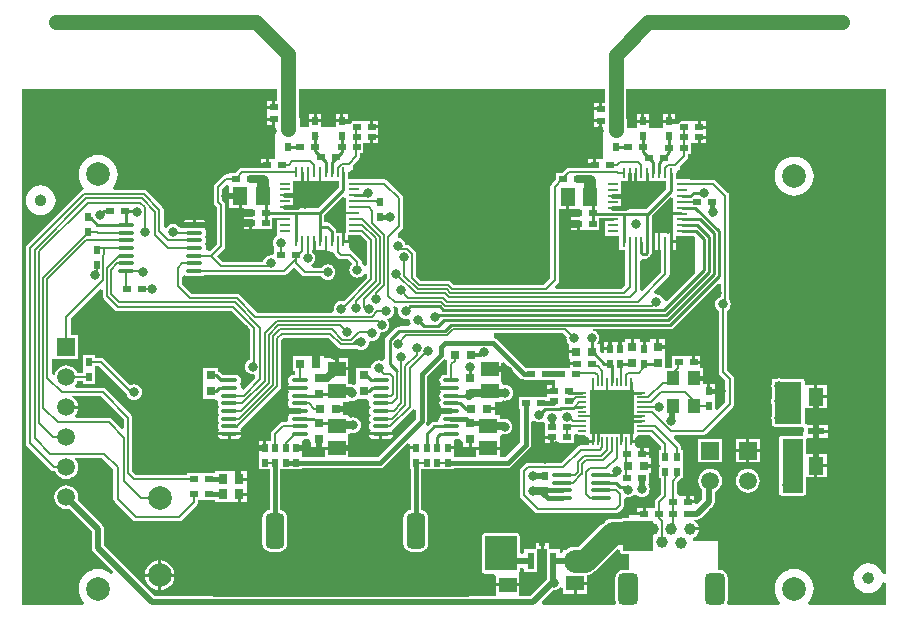
<source format=gtl>
%FSLAX25Y25*%
%MOIN*%
G70*
G01*
G75*
G04 Layer_Physical_Order=1*
G04 Layer_Color=255*
%ADD10C,0.01969*%
%ADD11R,0.03000X0.03000*%
%ADD12R,0.02500X0.02000*%
%ADD13R,0.03000X0.03200*%
%ADD14O,0.05906X0.01378*%
%ADD15R,0.03000X0.03000*%
%ADD16R,0.05118X0.05906*%
%ADD17R,0.02000X0.02500*%
%ADD18R,0.01102X0.03543*%
%ADD19R,0.03543X0.01102*%
%ADD20R,0.01102X0.03543*%
%ADD21R,0.05906X0.05118*%
%ADD22R,0.02362X0.05709*%
%ADD23O,0.07087X0.01378*%
%ADD24O,0.02756X0.00787*%
%ADD25O,0.00787X0.02756*%
%ADD26R,0.14961X0.14961*%
%ADD27R,0.05709X0.02362*%
%ADD28R,0.04331X0.04724*%
%ADD29C,0.00800*%
%ADD30C,0.05000*%
%ADD31C,0.01500*%
%ADD32C,0.01000*%
%ADD33C,0.02000*%
%ADD34C,0.07500*%
%ADD35C,0.01200*%
%ADD36C,0.02500*%
%ADD37C,0.04000*%
%ADD38C,0.00600*%
%ADD39R,0.10000X0.10000*%
%ADD40R,0.09000X0.14000*%
%ADD41R,0.10500X0.11500*%
%ADD42R,0.85500X0.12500*%
%ADD43R,0.22500X0.12500*%
%ADD44R,0.02000X0.06500*%
%ADD45R,0.07000X0.18000*%
%ADD46R,0.08500X0.07000*%
%ADD47R,0.05906X0.05906*%
%ADD48C,0.05906*%
%ADD49C,0.07874*%
G04:AMPARAMS|DCode=50|XSize=157.48mil|YSize=74.8mil|CornerRadius=18.7mil|HoleSize=0mil|Usage=FLASHONLY|Rotation=0.000|XOffset=0mil|YOffset=0mil|HoleType=Round|Shape=RoundedRectangle|*
%AMROUNDEDRECTD50*
21,1,0.15748,0.03740,0,0,0.0*
21,1,0.12008,0.07480,0,0,0.0*
1,1,0.03740,0.06004,-0.01870*
1,1,0.03740,-0.06004,-0.01870*
1,1,0.03740,-0.06004,0.01870*
1,1,0.03740,0.06004,0.01870*
%
%ADD50ROUNDEDRECTD50*%
G04:AMPARAMS|DCode=51|XSize=118.11mil|YSize=62.99mil|CornerRadius=15.75mil|HoleSize=0mil|Usage=FLASHONLY|Rotation=270.000|XOffset=0mil|YOffset=0mil|HoleType=Round|Shape=RoundedRectangle|*
%AMROUNDEDRECTD51*
21,1,0.11811,0.03150,0,0,270.0*
21,1,0.08661,0.06299,0,0,270.0*
1,1,0.03150,-0.01575,-0.04331*
1,1,0.03150,-0.01575,0.04331*
1,1,0.03150,0.01575,0.04331*
1,1,0.03150,0.01575,-0.04331*
%
%ADD51ROUNDEDRECTD51*%
G04:AMPARAMS|DCode=52|XSize=106.3mil|YSize=66.93mil|CornerRadius=16.73mil|HoleSize=0mil|Usage=FLASHONLY|Rotation=90.000|XOffset=0mil|YOffset=0mil|HoleType=Round|Shape=RoundedRectangle|*
%AMROUNDEDRECTD52*
21,1,0.10630,0.03347,0,0,90.0*
21,1,0.07284,0.06693,0,0,90.0*
1,1,0.03346,0.01673,0.03642*
1,1,0.03346,0.01673,-0.03642*
1,1,0.03346,-0.01673,-0.03642*
1,1,0.03346,-0.01673,0.03642*
%
%ADD52ROUNDEDRECTD52*%
%ADD53C,0.03937*%
%ADD54C,0.03200*%
%ADD55C,0.02598*%
G36*
X94517Y138197D02*
Y137545D01*
Y135576D01*
Y133608D01*
Y133607D01*
X97289D01*
Y132773D01*
X94517D01*
Y131639D01*
Y129671D01*
Y127702D01*
Y126548D01*
X94280D01*
Y124276D01*
X95331D01*
Y125734D01*
X99508D01*
X101673Y123569D01*
Y115756D01*
X100692Y115561D01*
X100671Y115611D01*
X100254Y116154D01*
X99827Y116482D01*
Y116900D01*
X99719Y117446D01*
X99595Y117632D01*
X99409Y117909D01*
X99409Y117909D01*
X97009Y120309D01*
X96546Y120619D01*
X96000Y120727D01*
X95331Y124073D01*
Y123276D01*
X93779D01*
Y123775D01*
X93362D01*
Y126548D01*
X91372D01*
Y127157D01*
X91256Y127743D01*
X90924Y128239D01*
X89481Y129681D01*
X88985Y130013D01*
X88400Y130129D01*
X87435D01*
Y132422D01*
X93593Y138580D01*
X94517Y138197D01*
D02*
G37*
G36*
X84354Y121004D02*
X86806D01*
X90384Y120289D01*
X90492Y119743D01*
X90802Y119280D01*
X91791Y118291D01*
X92254Y117981D01*
X92800Y117873D01*
X92800Y117873D01*
X95409D01*
X96581Y116700D01*
X96546Y116154D01*
X96129Y115611D01*
X95867Y114979D01*
X95778Y114300D01*
X95867Y113621D01*
X96129Y112989D01*
X96546Y112446D01*
X97089Y112029D01*
X97721Y111767D01*
X98400Y111678D01*
X99079Y111767D01*
X99711Y112029D01*
X100254Y112446D01*
X100671Y112989D01*
X100692Y113039D01*
X101673Y112844D01*
Y111651D01*
X93832Y103811D01*
X93779Y103833D01*
X93100Y103922D01*
X92421Y103833D01*
X91789Y103571D01*
X91246Y103154D01*
X90829Y102611D01*
X90567Y101979D01*
X90478Y101300D01*
X90546Y100779D01*
X89887Y100027D01*
X65051D01*
X59269Y105809D01*
X58806Y106119D01*
X58260Y106227D01*
X58260Y106227D01*
X43291D01*
X39927Y109591D01*
Y111998D01*
X40809Y112470D01*
X41077Y112291D01*
X41736Y112160D01*
X46264D01*
X46923Y112291D01*
X47168Y112454D01*
X73882D01*
X73882Y112454D01*
X74428Y112563D01*
X74891Y112873D01*
X77250Y115231D01*
X79991Y112491D01*
X79991Y112491D01*
X80454Y112181D01*
X80454Y112181D01*
X80454Y112181D01*
D01*
X80454Y112181D01*
X80454Y112181D01*
X81000Y112073D01*
X81000Y112073D01*
X86318D01*
X86646Y111646D01*
X87189Y111229D01*
X87821Y110967D01*
X88500Y110878D01*
X89179Y110967D01*
X89811Y111229D01*
X90354Y111646D01*
X90771Y112189D01*
X91033Y112821D01*
X91122Y113500D01*
X91033Y114179D01*
X90771Y114811D01*
X90354Y115354D01*
X89811Y115771D01*
X89179Y116033D01*
X88500Y116122D01*
X87821Y116033D01*
X87189Y115771D01*
X86646Y115354D01*
X86318Y114927D01*
X83516D01*
X83118Y115886D01*
X83662Y116303D01*
X84078Y116846D01*
X84340Y117479D01*
X84430Y118157D01*
X84340Y118836D01*
X84078Y119468D01*
X83662Y120012D01*
X83396Y120215D01*
Y121004D01*
X83520D01*
Y123777D01*
X84354D01*
Y121004D01*
D02*
G37*
G36*
X169020Y134647D02*
X169750D01*
Y133600D01*
X172001D01*
Y132600D01*
X169750D01*
Y131600D01*
X169750D01*
Y130100D01*
X172001D01*
Y129601D01*
X172500D01*
Y127600D01*
X174250D01*
Y127600D01*
X174250D01*
X174250Y127600D01*
X174750D01*
Y127600D01*
X179250D01*
Y131100D01*
Y131504D01*
X180747D01*
Y131482D01*
Y131482D01*
X183520D01*
Y130647D01*
X180747D01*
Y129513D01*
Y127545D01*
Y125576D01*
X185673D01*
Y120847D01*
X187766D01*
Y109084D01*
X186609Y107927D01*
X164553D01*
X164170Y108851D01*
X165209Y109891D01*
X165209Y109891D01*
X165519Y110354D01*
X165519Y110354D01*
X165519Y110354D01*
X165627Y110900D01*
X165627Y110900D01*
Y134647D01*
X168020D01*
Y138601D01*
X169020D01*
Y134647D01*
D02*
G37*
G36*
X55008Y142657D02*
X55768Y142343D01*
Y139257D01*
X59328D01*
Y138758D01*
X59827D01*
Y134804D01*
X60557D01*
Y133757D01*
X62808D01*
Y132757D01*
X60557D01*
Y131757D01*
X60557D01*
Y130257D01*
X62808D01*
Y129758D01*
X63307D01*
Y127757D01*
X65057D01*
Y127757D01*
X65057D01*
X65057Y127757D01*
X65557D01*
Y127757D01*
X70057D01*
Y131257D01*
Y131661D01*
X71554D01*
Y131639D01*
Y131639D01*
X74327D01*
Y130805D01*
X71554D01*
Y129671D01*
Y127702D01*
Y125734D01*
X71554D01*
Y125488D01*
X71496Y125464D01*
X70953Y125047D01*
X70536Y124504D01*
X70274Y123872D01*
X70185Y123193D01*
X70274Y122514D01*
X70536Y121882D01*
X70557Y121854D01*
X70557Y121157D01*
X70557D01*
Y119742D01*
X69805Y119082D01*
X69500Y119122D01*
X68821Y119033D01*
X68189Y118771D01*
X67646Y118354D01*
X67229Y117811D01*
X66967Y117179D01*
X66921Y116827D01*
X53691D01*
X51587Y118932D01*
X54009Y121354D01*
X54009Y121354D01*
X54195Y121632D01*
X54319Y121818D01*
X54427Y122364D01*
X54427Y122364D01*
X54427Y122364D01*
Y122364D01*
Y135723D01*
X54319Y136269D01*
X54009Y136732D01*
X54009Y136732D01*
X53327Y137414D01*
Y141209D01*
X54776Y142657D01*
X55008D01*
D02*
G37*
G36*
X71777Y170500D02*
X71000D01*
Y168499D01*
X70501D01*
Y168000D01*
X68250D01*
Y166500D01*
Y165000D01*
X70501D01*
Y164501D01*
X71000D01*
Y162500D01*
X71037D01*
Y151257D01*
X70657D01*
Y151257D01*
X68907D01*
Y149256D01*
X68408D01*
Y148757D01*
X66157D01*
Y148335D01*
X60057D01*
X60057Y148335D01*
X59511Y148226D01*
X59048Y147917D01*
X57788Y146657D01*
X55557D01*
Y146085D01*
X54757D01*
X54757Y146085D01*
X54211Y145976D01*
X53748Y145667D01*
X50891Y142809D01*
X50581Y142346D01*
X50473Y141800D01*
X50473Y141800D01*
Y136823D01*
X50473Y136823D01*
X50581Y136277D01*
X50891Y135814D01*
X51573Y135132D01*
Y122955D01*
X49299Y120681D01*
X48300Y120730D01*
X47914Y121200D01*
X47986Y121559D01*
X47855Y122218D01*
X47482Y122777D01*
Y122900D01*
X47855Y123459D01*
X47986Y124118D01*
X47855Y124777D01*
X47482Y125336D01*
Y125460D01*
X47855Y126018D01*
X47986Y126677D01*
X47855Y127336D01*
X47482Y127895D01*
Y128019D01*
X47855Y128577D01*
X47886Y128736D01*
X40113D01*
X40014Y129236D01*
X39469Y128557D01*
X38854Y128854D01*
D01*
X38311Y129271D01*
X37679Y129533D01*
X37000Y129622D01*
X36321Y129533D01*
X35689Y129271D01*
X35146Y128854D01*
X34774Y128370D01*
X33827Y128692D01*
Y134260D01*
X33827Y134260D01*
X33719Y134806D01*
X33409Y135269D01*
X28169Y140509D01*
X27706Y140819D01*
X27160Y140927D01*
X27160Y140927D01*
X17415D01*
X16988Y141831D01*
X17431Y142371D01*
X18034Y143500D01*
X18406Y144726D01*
X18531Y146000D01*
X18406Y147274D01*
X18034Y148500D01*
X17431Y149629D01*
X16618Y150618D01*
X15629Y151431D01*
X14500Y152034D01*
X13274Y152406D01*
X12000Y152531D01*
X10726Y152406D01*
X9500Y152034D01*
X8371Y151431D01*
X7382Y150618D01*
X6569Y149629D01*
X5966Y148500D01*
X5594Y147274D01*
X5469Y146000D01*
X5594Y144726D01*
X5966Y143500D01*
X6569Y142371D01*
X7382Y141382D01*
X7382Y141382D01*
X6754Y140819D01*
X6754D01*
X6754Y140819D01*
X6568Y140695D01*
X6291Y140509D01*
X6291Y140509D01*
X-11609Y122609D01*
X-11919Y122146D01*
X-12027Y121600D01*
X-12027Y121600D01*
Y56400D01*
X-12027Y56400D01*
X-11919Y55854D01*
X-11609Y55391D01*
X-3709Y47491D01*
X-3709Y47491D01*
X-3246Y47181D01*
X-3246Y47181D01*
X-3246Y47181D01*
D01*
X-3246Y47181D01*
X-3246Y47181D01*
X-2700Y47073D01*
X-2700Y47073D01*
X-2287D01*
X-2053Y46507D01*
X-1419Y45681D01*
X-593Y45047D01*
X368Y44649D01*
X1400Y44513D01*
X2432Y44649D01*
X3393Y45047D01*
X4219Y45681D01*
X4853Y46507D01*
X5251Y47468D01*
X5387Y48500D01*
X5251Y49532D01*
X4853Y50493D01*
X4219Y51319D01*
X4305Y51573D01*
X13409D01*
X17073Y47909D01*
Y38000D01*
X17073Y38000D01*
X17181Y37454D01*
X17491Y36991D01*
X23491Y30991D01*
X23491Y30991D01*
X23768Y30805D01*
X23954Y30681D01*
X24500Y30573D01*
X24500Y30573D01*
X39000D01*
X39000Y30573D01*
X39546Y30681D01*
X40009Y30991D01*
X45009Y35991D01*
X45009Y35991D01*
X45319Y36454D01*
X45319Y36454D01*
X45319Y36454D01*
X45427Y37000D01*
X45427Y37000D01*
Y37500D01*
X46250Y37500D01*
D01*
D01*
Y37500D01*
X46250D01*
X46750D01*
X46957Y37500D01*
X46957Y37500D01*
Y37500D01*
X51000D01*
Y36900D01*
X56000D01*
Y36900D01*
X56500Y36900D01*
X56707Y36900D01*
X56707Y36900D01*
Y36900D01*
X58500D01*
Y39501D01*
X58999D01*
Y40000D01*
X61500D01*
Y41900D01*
Y44000D01*
X58999D01*
Y44499D01*
X58500D01*
Y47100D01*
X56707D01*
Y47100D01*
X56707Y47100D01*
X56500Y47100D01*
X56250D01*
X56000D01*
X55793Y47100D01*
X55793Y47100D01*
Y47100D01*
X51000D01*
Y46500D01*
X46957D01*
Y46500D01*
X46957Y46500D01*
X46750Y46500D01*
X46500D01*
X46250D01*
X46043Y46500D01*
X46043Y46500D01*
Y46500D01*
X41750D01*
Y45927D01*
X24591D01*
X23427Y47091D01*
Y65000D01*
X23427Y65000D01*
X23319Y65546D01*
X23009Y66009D01*
X23009Y66009D01*
X14509Y74509D01*
X14046Y74819D01*
X13500Y74927D01*
X13500Y74927D01*
X4797D01*
X4725Y75021D01*
X4329Y75824D01*
X4853Y76507D01*
X5087Y77073D01*
X7100D01*
Y76250D01*
X11100D01*
Y80543D01*
X11100D01*
X11100Y80543D01*
X11100Y80750D01*
Y81000D01*
Y81250D01*
X11100Y81457D01*
X11100Y81457D01*
X11100D01*
Y82073D01*
X12209D01*
X21472Y72809D01*
X21729Y72189D01*
X22146Y71646D01*
X22689Y71229D01*
X23321Y70967D01*
X24000Y70878D01*
X24679Y70967D01*
X25311Y71229D01*
X25854Y71646D01*
X26271Y72189D01*
X26533Y72821D01*
X26622Y73500D01*
X26533Y74179D01*
X26271Y74811D01*
X25854Y75354D01*
X25311Y75771D01*
X24679Y76033D01*
X24000Y76122D01*
X23321Y76033D01*
X22689Y75771D01*
X22609Y75710D01*
X13809Y84509D01*
X13346Y84819D01*
X12800Y84927D01*
X12800Y84927D01*
X11100D01*
Y85750D01*
X7100D01*
Y81457D01*
X7100D01*
X7100Y81457D01*
X7100Y81250D01*
Y80750D01*
X7100D01*
X7100Y79927D01*
X5087D01*
X4853Y80493D01*
X4219Y81319D01*
X3393Y81953D01*
X2432Y82351D01*
X1400Y82487D01*
X368Y82351D01*
X-593Y81953D01*
X-1419Y81319D01*
X-2053Y80493D01*
X-2451Y79532D01*
X-2475Y79352D01*
X-3473Y79417D01*
Y84547D01*
X-2553D01*
Y84547D01*
X5353D01*
Y92453D01*
X2827D01*
Y98109D01*
X12549Y107830D01*
X13473Y107447D01*
Y105600D01*
X13473Y105600D01*
X13581Y105054D01*
X13891Y104591D01*
X17491Y100991D01*
X17491Y100991D01*
X17954Y100681D01*
X17954Y100681D01*
X17954Y100681D01*
D01*
X17954Y100681D01*
X17954Y100681D01*
X18500Y100573D01*
X18500Y100573D01*
X56409D01*
X62573Y94409D01*
Y84430D01*
X62189Y84271D01*
X61646Y83854D01*
X61229Y83311D01*
X60967Y82679D01*
X60878Y82000D01*
X60967Y81321D01*
X61229Y80689D01*
X61646Y80146D01*
X62189Y79729D01*
X62821Y79467D01*
X63500Y79378D01*
X63921Y79433D01*
X64348Y79058D01*
X64381Y78059D01*
X60632Y74311D01*
X59750Y74782D01*
X59773Y74898D01*
X59642Y75557D01*
X59269Y76115D01*
Y76239D01*
X59642Y76798D01*
X59773Y77457D01*
X59642Y78116D01*
X59269Y78674D01*
X58710Y79048D01*
X58051Y79179D01*
X53524D01*
X53491Y79172D01*
X52381Y80281D01*
X52000Y80536D01*
Y81700D01*
X47000D01*
Y76700D01*
X47000Y76700D01*
X47000Y76300D01*
X47000D01*
Y71300D01*
X50643D01*
X51933Y70438D01*
X51802Y69779D01*
X51933Y69121D01*
X52306Y68562D01*
Y68438D01*
X51933Y67879D01*
X51802Y67220D01*
X51933Y66562D01*
X52306Y66003D01*
Y65879D01*
X51933Y65320D01*
X51802Y64661D01*
X51933Y64002D01*
X52306Y63444D01*
Y63320D01*
X51933Y62761D01*
X51802Y62102D01*
X51933Y61443D01*
X52306Y60885D01*
Y60761D01*
X51933Y60202D01*
X51901Y60043D01*
X59674D01*
X59642Y60202D01*
X59269Y60761D01*
Y60885D01*
X59482Y61203D01*
X72709Y74431D01*
X72709Y74431D01*
X72895Y74708D01*
X73019Y74894D01*
X73127Y75440D01*
Y90869D01*
X73831Y91573D01*
X88629D01*
X91811Y88391D01*
X91811Y88391D01*
X92274Y88081D01*
X92274Y88081D01*
X92274Y88081D01*
D01*
X92274Y88081D01*
X92274Y88081D01*
X92820Y87973D01*
X92820Y87973D01*
X96880D01*
X96880Y87973D01*
X96880Y87973D01*
X98438D01*
X98468Y87949D01*
X99101Y87687D01*
X99779Y87598D01*
X100458Y87687D01*
X101091Y87949D01*
X101634Y88366D01*
X102051Y88909D01*
X102313Y89542D01*
X102402Y90220D01*
X102721Y90567D01*
X102721Y90567D01*
X102721Y90567D01*
X103400Y90478D01*
X104079Y90567D01*
X104711Y90829D01*
X105254Y91246D01*
X105671Y91789D01*
X105933Y92421D01*
X106022Y93100D01*
D01*
D01*
X106500Y93378D01*
X107179Y93467D01*
X107811Y93729D01*
X108354Y94146D01*
X108771Y94689D01*
X109033Y95321D01*
X109122Y96000D01*
X109033Y96679D01*
X108771Y97311D01*
X108354Y97854D01*
X108374Y97927D01*
X108679Y97967D01*
X109311Y98229D01*
X109854Y98646D01*
X110271Y99189D01*
X110533Y99821D01*
X110622Y100500D01*
X110533Y101179D01*
X110271Y101811D01*
X110679Y102090D01*
X111661Y101900D01*
X112034Y101341D01*
X111967Y101179D01*
X111878Y100500D01*
X111967Y99821D01*
X112229Y99189D01*
X112646Y98646D01*
X113189Y98229D01*
X113821Y97967D01*
X114500Y97878D01*
X115179Y97967D01*
X115873Y97547D01*
X115878Y97500D01*
X115877Y97500D01*
X115878D01*
X115967Y96821D01*
X116199Y96261D01*
X116069Y96066D01*
X115239Y95429D01*
X112282D01*
X111696Y95313D01*
X111200Y94981D01*
X108119Y91900D01*
X107787Y91404D01*
X107671Y90818D01*
Y84891D01*
X106811Y83771D01*
X106179Y84033D01*
X105500Y84122D01*
X104821Y84033D01*
X104189Y83771D01*
X103646Y83354D01*
X103229Y82811D01*
X102967Y82179D01*
X102904Y81700D01*
X98000D01*
Y79348D01*
X97971Y79200D01*
X98000Y79052D01*
Y76700D01*
X98000Y76700D01*
X98000Y76300D01*
X97138Y75879D01*
D01*
X96260Y76054D01*
X95453D01*
Y77319D01*
D01*
Y77319D01*
X95453Y77319D01*
Y77681D01*
X95453D01*
Y80740D01*
X91499D01*
Y81239D01*
X91000D01*
Y84799D01*
X87547D01*
D01*
X87547D01*
X87200Y85146D01*
Y85500D01*
X85200D01*
Y82999D01*
X84200D01*
Y85500D01*
X82200D01*
D01*
D01*
X82200Y85500D01*
X81800D01*
Y85500D01*
X76800D01*
Y80500D01*
X77785D01*
Y79179D01*
X76949D01*
X76290Y79048D01*
X75731Y78674D01*
X75358Y78116D01*
X75227Y77457D01*
X75358Y76798D01*
X75731Y76239D01*
Y76115D01*
X75358Y75557D01*
X75326Y75398D01*
X79214D01*
Y74398D01*
X75326D01*
X75358Y74239D01*
X75731Y73680D01*
Y73556D01*
X75358Y72998D01*
X75227Y72339D01*
X75358Y71680D01*
X75731Y71121D01*
Y70997D01*
X75358Y70438D01*
X75227Y69779D01*
X75358Y69121D01*
X75731Y68562D01*
Y68438D01*
X75358Y67879D01*
X75326Y67721D01*
X79214D01*
Y66720D01*
X75326D01*
X75358Y66562D01*
X75731Y66003D01*
Y65879D01*
X75358Y65320D01*
X75227Y64661D01*
X75298Y64303D01*
X74664Y63530D01*
X73602D01*
X73056Y63421D01*
X72871Y63297D01*
X72593Y63112D01*
X72593Y63112D01*
X69991Y60509D01*
X69681Y60046D01*
X69573Y59500D01*
X69573Y59500D01*
Y57250D01*
X68000D01*
Y54999D01*
X67501D01*
Y54500D01*
X65500D01*
Y52750D01*
X65500Y52750D01*
X65500Y52250D01*
X65500D01*
Y47750D01*
X69216D01*
Y34213D01*
X68653Y34139D01*
X68027Y33880D01*
X67489Y33467D01*
X67076Y32929D01*
X66817Y32303D01*
X66728Y31631D01*
Y22969D01*
X66817Y22297D01*
X67076Y21671D01*
X67489Y21133D01*
X68027Y20720D01*
X68653Y20461D01*
X69325Y20372D01*
X72475D01*
X73147Y20461D01*
X73773Y20720D01*
X74311Y21133D01*
X74724Y21671D01*
X74983Y22297D01*
X75072Y22969D01*
Y31631D01*
X74983Y32303D01*
X74724Y32929D01*
X74311Y33467D01*
X73773Y33880D01*
X73147Y34139D01*
X72784Y34187D01*
Y47750D01*
X80000D01*
Y48216D01*
X106000D01*
X106683Y48351D01*
X107262Y48738D01*
X115076Y56553D01*
X116000Y56170D01*
Y55500D01*
X118001D01*
Y54500D01*
X116000D01*
Y52750D01*
X116000Y52750D01*
X116000Y52250D01*
X116000D01*
Y47750D01*
X116216D01*
Y34213D01*
X115653Y34139D01*
X115027Y33880D01*
X114489Y33467D01*
X114076Y32929D01*
X113817Y32303D01*
X113728Y31631D01*
Y22969D01*
X113817Y22297D01*
X114076Y21671D01*
X114489Y21133D01*
X115027Y20720D01*
X115653Y20461D01*
X116325Y20372D01*
X119475D01*
X120147Y20461D01*
X120773Y20720D01*
X121311Y21133D01*
X121724Y21671D01*
X121983Y22297D01*
X122072Y22969D01*
Y31631D01*
X121983Y32303D01*
X121724Y32929D01*
X121311Y33467D01*
X120773Y33880D01*
X120147Y34139D01*
X119784Y34187D01*
Y47750D01*
X130500D01*
Y48216D01*
X148500D01*
X149183Y48351D01*
X149762Y48738D01*
X155762Y54738D01*
X156149Y55317D01*
X156284Y56000D01*
X156284Y56000D01*
X156284Y56000D01*
Y56000D01*
Y63485D01*
X156982Y64020D01*
X157181Y64118D01*
X157689Y63729D01*
X158321Y63467D01*
X159000Y63378D01*
X159679Y63467D01*
X160143Y63659D01*
X160974Y63104D01*
Y60000D01*
Y59000D01*
X163225D01*
Y58501D01*
X163724D01*
Y56500D01*
X165474D01*
Y56500D01*
X165474D01*
X165474Y56500D01*
X165974D01*
Y56500D01*
X170474D01*
Y59082D01*
X171393Y59696D01*
X171854Y59388D01*
X172398Y59280D01*
X174366D01*
X174744Y58970D01*
Y58520D01*
X175194D01*
X175504Y58142D01*
Y57657D01*
X176926D01*
Y56657D01*
X175504D01*
Y56173D01*
X175138Y55727D01*
X172800D01*
X172800Y55727D01*
X172254Y55619D01*
X171791Y55309D01*
X171791Y55309D01*
X166409Y49927D01*
X155400D01*
X155400Y49927D01*
X154854Y49819D01*
X154391Y49509D01*
X154391Y49509D01*
X152991Y48109D01*
X152681Y47646D01*
X152573Y47100D01*
X152573Y47100D01*
Y39106D01*
X152573Y39106D01*
X152681Y38560D01*
X152991Y38096D01*
X157597Y33491D01*
X157597Y33491D01*
X157874Y33305D01*
X158060Y33181D01*
X158606Y33073D01*
X184500D01*
X184500Y33073D01*
X185046Y33181D01*
X185509Y33491D01*
X187009Y34991D01*
X187319Y35454D01*
X187427Y36000D01*
X187427Y36000D01*
Y37760D01*
X188179Y38420D01*
X188500Y38378D01*
X189179Y38467D01*
X189811Y38729D01*
X190354Y39146D01*
X190409Y39217D01*
X191400Y39347D01*
X191913Y38953D01*
X192546Y38691D01*
X193224Y38602D01*
X193903Y38691D01*
X194536Y38953D01*
X195079Y39370D01*
X195495Y39913D01*
X195757Y40546D01*
X195847Y41224D01*
X195757Y41903D01*
X195495Y42536D01*
X195264Y42838D01*
Y43000D01*
X195474D01*
Y46500D01*
X196424D01*
Y48500D01*
X193923D01*
Y49500D01*
X196424D01*
Y51500D01*
X195474D01*
Y52500D01*
X193223D01*
Y52999D01*
X192724D01*
Y55000D01*
X191779D01*
X191161Y55413D01*
X190865Y55773D01*
X190945Y56173D01*
Y56657D01*
X189523D01*
Y57657D01*
X190945D01*
Y58142D01*
X191255Y58520D01*
X191705D01*
Y58970D01*
X192083Y59280D01*
X193035D01*
X193067Y59273D01*
X195932D01*
X199573Y55633D01*
Y54250D01*
X199000D01*
Y49750D01*
X199000Y49750D01*
X199000Y49250D01*
X199000D01*
Y44750D01*
X199573D01*
Y39591D01*
X197991Y38009D01*
X197681Y37546D01*
X197573Y37000D01*
X197573Y37000D01*
Y35000D01*
X196750Y35000D01*
D01*
X196250D01*
Y35000D01*
X194500D01*
Y32999D01*
X194001D01*
Y32500D01*
X189000D01*
Y31520D01*
X187000D01*
X186610Y31442D01*
X186384Y31291D01*
X183500D01*
X182260Y31128D01*
X181443Y30789D01*
X181105Y30649D01*
X180112Y29888D01*
X172256Y22031D01*
X171000D01*
X169760Y21868D01*
X168605Y21389D01*
X167835Y20799D01*
X167047D01*
Y20475D01*
X166234Y19893D01*
X166211Y19901D01*
X165933Y20016D01*
Y21177D01*
X162181D01*
Y24500D01*
X160500D01*
Y21146D01*
X161571D01*
Y13468D01*
X161713D01*
Y11272D01*
X161586Y10966D01*
X156059Y5439D01*
X152453D01*
Y5439D01*
Y5701D01*
X152453Y6146D01*
X152453Y6146D01*
X152453D01*
Y8760D01*
X144547D01*
Y6146D01*
X144547D01*
X144547Y6146D01*
X144547Y5701D01*
X144286Y5439D01*
X127488D01*
X126421Y6258D01*
X126413Y6271D01*
X126700Y6964D01*
X126799Y7713D01*
Y9083D01*
X109001D01*
Y7713D01*
X109100Y6964D01*
X109387Y6271D01*
X109379Y6258D01*
X108312Y5439D01*
X80489D01*
X79421Y6258D01*
X79413Y6271D01*
X79700Y6964D01*
X79799Y7713D01*
Y9083D01*
X62001D01*
Y7713D01*
X62100Y6964D01*
X62387Y6271D01*
X62379Y6258D01*
X61312Y5439D01*
X30945D01*
X14039Y22345D01*
Y27900D01*
X14039Y27900D01*
X14039Y27900D01*
Y27900D01*
X14039D01*
X14039Y27900D01*
X13884Y28680D01*
X13442Y29342D01*
X5258Y37525D01*
X5387Y38500D01*
X5251Y39532D01*
X4853Y40493D01*
X4219Y41319D01*
X3393Y41953D01*
X2432Y42351D01*
X1400Y42487D01*
X368Y42351D01*
X-593Y41953D01*
X-1419Y41319D01*
X-2053Y40493D01*
X-2451Y39532D01*
X-2587Y38500D01*
X-2451Y37468D01*
X-2053Y36507D01*
X-1419Y35681D01*
X-593Y35047D01*
X368Y34649D01*
X1400Y34513D01*
X2375Y34642D01*
X9961Y27055D01*
Y21500D01*
X9961Y21500D01*
X9961D01*
X10116Y20720D01*
X10558Y20058D01*
X17105Y13511D01*
X16433Y12770D01*
X15629Y13431D01*
X14500Y14034D01*
X13274Y14406D01*
X12000Y14532D01*
X10726Y14406D01*
X9500Y14034D01*
X8371Y13431D01*
X7382Y12618D01*
X6569Y11629D01*
X5966Y10499D01*
X5594Y9274D01*
X5469Y8000D01*
X5594Y6726D01*
X5966Y5500D01*
X6569Y4371D01*
X7363Y3404D01*
X7313Y3298D01*
X6658Y2500D01*
X-13500D01*
Y174500D01*
X71777D01*
Y170500D01*
D02*
G37*
G36*
X86323Y143967D02*
X90260D01*
Y143967D01*
X92178D01*
Y141491D01*
X85407Y134720D01*
X77098D01*
Y134742D01*
X74325D01*
Y135576D01*
X77098D01*
Y135576D01*
Y137545D01*
Y138679D01*
X74325D01*
Y139513D01*
X77098D01*
Y139513D01*
Y141482D01*
Y143967D01*
X79583D01*
Y146738D01*
X80500D01*
Y143967D01*
X81469D01*
Y146738D01*
X82386D01*
Y143967D01*
X85488D01*
Y146738D01*
X86323D01*
Y143967D01*
D02*
G37*
G36*
X195516Y143809D02*
X199453D01*
Y143809D01*
X201371D01*
Y141333D01*
X194600Y134563D01*
X186291D01*
Y134584D01*
X183518D01*
Y135419D01*
X186291D01*
Y135419D01*
Y137387D01*
Y138522D01*
X183518D01*
Y139356D01*
X186291D01*
Y139356D01*
Y141324D01*
Y143809D01*
X188776D01*
Y146581D01*
X189693D01*
Y143809D01*
X190661D01*
Y146581D01*
X191578D01*
Y143809D01*
X194681D01*
Y146581D01*
X195516D01*
Y143809D01*
D02*
G37*
G36*
X203709Y138040D02*
Y137387D01*
Y135419D01*
Y133450D01*
Y133450D01*
X206182D01*
X206482Y133390D01*
Y132616D01*
X203709D01*
Y131482D01*
Y129513D01*
Y127545D01*
Y126391D01*
X203472D01*
Y124119D01*
X204524D01*
Y125576D01*
X209253D01*
Y125598D01*
X210776D01*
X211040Y125334D01*
Y113310D01*
X201493Y103762D01*
X200546Y104084D01*
X200533Y104179D01*
X200271Y104811D01*
X199854Y105354D01*
X199311Y105771D01*
X198679Y106033D01*
X198000Y106122D01*
X197747Y106089D01*
X197305Y106986D01*
X202109Y111791D01*
X202109Y111791D01*
X202295Y112068D01*
X202419Y112254D01*
X202527Y112800D01*
X202527Y112800D01*
X202527Y112800D01*
Y112800D01*
Y120847D01*
X202555D01*
Y123618D01*
Y126391D01*
X199453D01*
Y126391D01*
X199452D01*
Y123618D01*
Y120847D01*
X199673D01*
Y113391D01*
X193531Y107250D01*
X193489Y107241D01*
X192589Y107614D01*
Y117364D01*
X193362Y117998D01*
X193500Y117971D01*
X194500D01*
X195085Y118087D01*
X195581Y118419D01*
X196081Y118919D01*
X196413Y119415D01*
X196529Y120000D01*
Y120847D01*
X196650D01*
Y123618D01*
Y126391D01*
X196628D01*
Y132265D01*
X202786Y138423D01*
X203709Y138040D01*
D02*
G37*
G36*
X128300Y84170D02*
Y83500D01*
X128300Y83500D01*
X128300D01*
X128413Y83288D01*
X128394Y83259D01*
X128285Y82713D01*
X128285Y82713D01*
Y79179D01*
X127449D01*
X126790Y79048D01*
X126231Y78674D01*
X125858Y78116D01*
X125727Y77457D01*
X125858Y76798D01*
X126231Y76239D01*
Y76115D01*
X125858Y75557D01*
X125826Y75398D01*
X129714D01*
Y74398D01*
X125826D01*
X125858Y74239D01*
X126231Y73680D01*
Y73556D01*
X125858Y72998D01*
X125727Y72339D01*
X125858Y71680D01*
X126231Y71121D01*
Y70997D01*
X125858Y70438D01*
X125727Y69779D01*
X125858Y69121D01*
X126231Y68562D01*
Y68438D01*
X125858Y67879D01*
X125826Y67721D01*
X129714D01*
Y66720D01*
X125826D01*
X125858Y66562D01*
X126231Y66003D01*
Y65879D01*
X125858Y65320D01*
X125727Y64661D01*
X125778Y64405D01*
X125143Y63632D01*
X124102D01*
X123517Y63515D01*
X123021Y63184D01*
X122023Y62186D01*
X121250Y62821D01*
X121255Y62828D01*
X121449Y63117D01*
X121584Y63800D01*
X121584Y63800D01*
Y78761D01*
X127376Y84553D01*
X128300Y84170D01*
D02*
G37*
G36*
X20573Y64409D02*
Y61653D01*
X19649Y61270D01*
X16509Y64409D01*
X16046Y64719D01*
X15500Y64827D01*
X15500Y64827D01*
X4874D01*
X4372Y65481D01*
X4253Y65724D01*
X4853Y66507D01*
X5251Y67468D01*
X5321Y68000D01*
X1399D01*
Y69000D01*
X5321D01*
X5251Y69532D01*
X4853Y70493D01*
X4219Y71319D01*
X3393Y71953D01*
X3417Y72073D01*
X12909D01*
X20573Y64409D01*
D02*
G37*
G36*
X185980Y20898D02*
Y20500D01*
X186058Y20110D01*
X186279Y19779D01*
X186610Y19558D01*
X187000Y19480D01*
X189000D01*
Y14338D01*
X187087D01*
X186389Y14246D01*
X185739Y13977D01*
X185180Y13548D01*
X184751Y12990D01*
X184482Y12340D01*
X184390Y11642D01*
Y4358D01*
X184482Y3660D01*
X184618Y3331D01*
X184063Y2500D01*
X160194D01*
X159812Y3424D01*
X163793Y7405D01*
X164000Y7378D01*
X164679Y7467D01*
X165311Y7729D01*
X165854Y8146D01*
X166100Y8466D01*
X167047Y8145D01*
Y6201D01*
X170500D01*
Y9761D01*
X170999D01*
Y10260D01*
X174953D01*
Y12543D01*
X175480Y12612D01*
X176297Y12951D01*
X176636Y13091D01*
X177628Y13852D01*
X185056Y21281D01*
X185980Y20898D01*
D02*
G37*
G36*
X102433Y70438D02*
X102302Y69779D01*
X102433Y69121D01*
X102806Y68562D01*
Y68438D01*
X102433Y67879D01*
X102302Y67220D01*
X102433Y66562D01*
X102806Y66003D01*
Y65879D01*
X102433Y65320D01*
X102302Y64661D01*
X102433Y64002D01*
X102806Y63444D01*
Y63320D01*
X102433Y62761D01*
X102302Y62102D01*
X102433Y61443D01*
X102806Y60885D01*
Y60761D01*
X102433Y60202D01*
X102401Y60043D01*
X110174D01*
X110142Y60202D01*
X109837Y60660D01*
X109888Y60784D01*
X110351Y61093D01*
X116850Y67592D01*
X116850Y67592D01*
X117059Y67905D01*
X118016Y67614D01*
Y64539D01*
X105261Y51784D01*
X95453D01*
Y54260D01*
X87547D01*
Y51784D01*
X80000D01*
X80000Y52250D01*
D01*
Y52750D01*
X80000D01*
Y54500D01*
X77999D01*
Y55500D01*
X80000D01*
Y57250D01*
D01*
Y57250D01*
X80571Y57821D01*
X81476D01*
X82135Y57952D01*
X83000Y56658D01*
Y55300D01*
X85000D01*
Y57801D01*
X86000D01*
Y55300D01*
X87547D01*
Y55260D01*
X95453D01*
Y58319D01*
D01*
Y58319D01*
X95453Y58319D01*
Y58681D01*
X95453D01*
Y59427D01*
X96284Y59982D01*
X96321Y59967D01*
X97000Y59878D01*
X97679Y59967D01*
X98311Y60229D01*
X98854Y60646D01*
X99271Y61189D01*
X99533Y61821D01*
X99622Y62500D01*
X99533Y63179D01*
X99271Y63811D01*
X98854Y64354D01*
X98311Y64771D01*
X97679Y65033D01*
X97000Y65122D01*
X96321Y65033D01*
X96284Y65018D01*
X95453Y65573D01*
Y65799D01*
X93700D01*
Y67500D01*
X91199D01*
Y68500D01*
X93700D01*
Y70201D01*
X95453D01*
Y70201D01*
X96009Y70572D01*
X96021Y70567D01*
X96700Y70478D01*
X97379Y70567D01*
X98011Y70829D01*
X98554Y71246D01*
X98596Y71300D01*
X101143D01*
X102433Y70438D01*
D02*
G37*
G36*
X219573Y105283D02*
X219571Y105283D01*
X218939Y105021D01*
X218396Y104604D01*
X217979Y104061D01*
X217717Y103429D01*
X217628Y102750D01*
X217717Y102071D01*
X217979Y101439D01*
X218396Y100896D01*
X218823Y100568D01*
Y80250D01*
X218823Y80250D01*
X218931Y79704D01*
X219241Y79241D01*
X221073Y77409D01*
Y70091D01*
X218424Y67443D01*
X217500Y67825D01*
Y71250D01*
D01*
Y71250D01*
X217500Y71250D01*
Y71750D01*
X217500D01*
Y73500D01*
X215499D01*
Y73999D01*
X215000D01*
Y76250D01*
X213671D01*
Y77701D01*
X210505D01*
Y78701D01*
X213671D01*
Y81563D01*
X212750D01*
Y83000D01*
X210499D01*
Y83499D01*
X210000D01*
Y85500D01*
X208250D01*
D01*
D01*
X208250Y85500D01*
X207750Y85500D01*
Y85500D01*
X203250D01*
Y81563D01*
X201000D01*
Y85800D01*
D01*
Y85800D01*
X201000Y85800D01*
Y86200D01*
X201000D01*
Y88200D01*
X198499D01*
Y88699D01*
X198000D01*
Y91200D01*
X196000D01*
Y90250D01*
X194500D01*
Y87999D01*
X193500D01*
Y90250D01*
X192500D01*
Y91200D01*
X190500D01*
Y88699D01*
X189500D01*
Y91200D01*
X187500D01*
Y90250D01*
X186500D01*
Y87999D01*
X185500D01*
Y90250D01*
X183000D01*
Y87999D01*
X182501D01*
Y87500D01*
X180500D01*
Y86694D01*
X180032Y86500D01*
X179200Y87055D01*
Y89500D01*
X178404D01*
X178771Y90189D01*
X178771Y90189D01*
X178771D01*
X178771Y90189D01*
X178771Y90189D01*
D01*
X179033Y90821D01*
X179122Y91500D01*
X179033Y92179D01*
X178771Y92811D01*
X178354Y93354D01*
X177811Y93771D01*
X177179Y94033D01*
X176500Y94122D01*
X176848Y94471D01*
X202682D01*
X203267Y94587D01*
X203763Y94919D01*
X203763Y94919D01*
X203763Y94919D01*
X218344Y109500D01*
X219573D01*
Y105283D01*
D02*
G37*
G36*
X168148Y92033D02*
X168078Y91500D01*
X168167Y90821D01*
X168429Y90189D01*
X168846Y89646D01*
X168849Y89643D01*
X168800Y89500D01*
X168800D01*
X168800Y89500D01*
Y87500D01*
X171301D01*
Y86500D01*
X168800D01*
Y84500D01*
X169250D01*
Y83500D01*
X171501D01*
Y82500D01*
X169250D01*
Y81500D01*
X168974Y81500D01*
D01*
X168474D01*
Y81500D01*
X166421D01*
X166224Y81539D01*
X161224D01*
X161027Y81500D01*
X158974D01*
D01*
D01*
X158974Y81500D01*
X158474D01*
Y81500D01*
X154523D01*
X144762Y91262D01*
X144183Y91649D01*
X144000Y91685D01*
Y93073D01*
X167109D01*
X168148Y92033D01*
D02*
G37*
G36*
X152738Y78238D02*
X152738Y78238D01*
X153085Y78007D01*
X153317Y77851D01*
X153974Y77721D01*
Y77500D01*
X158474D01*
Y77500D01*
X158474D01*
X158474Y77500D01*
X158974D01*
Y77500D01*
X161027D01*
X161224Y77461D01*
X164224D01*
Y75900D01*
Y74500D01*
X164400D01*
Y73899D01*
X163901D01*
Y73400D01*
X161650D01*
Y72000D01*
X157250D01*
D01*
D01*
X157250Y72000D01*
X156750D01*
Y72000D01*
X152250D01*
Y68000D01*
X152716D01*
Y56739D01*
X147761Y51784D01*
X145953D01*
Y54260D01*
X138047D01*
Y51784D01*
X130500D01*
X130500Y52250D01*
D01*
Y52750D01*
X130500D01*
Y54500D01*
X128499D01*
Y55500D01*
X130500D01*
Y57250D01*
D01*
Y57250D01*
X131071Y57821D01*
X131976D01*
X132635Y57952D01*
X133500Y56658D01*
Y55300D01*
X135500D01*
Y57801D01*
X136500D01*
Y55300D01*
X138047D01*
Y55260D01*
X145953D01*
Y58319D01*
D01*
Y58319D01*
X145953Y58319D01*
Y58681D01*
X145953D01*
Y58927D01*
X146784Y59482D01*
X146821Y59467D01*
X147500Y59378D01*
X148179Y59467D01*
X148811Y59729D01*
X149354Y60146D01*
X149771Y60689D01*
X150033Y61321D01*
X150122Y62000D01*
X150033Y62679D01*
X149771Y63311D01*
X149354Y63854D01*
X148811Y64271D01*
X148179Y64533D01*
X147500Y64622D01*
X146821Y64533D01*
X146803Y64526D01*
X146760Y64534D01*
X145953D01*
Y65799D01*
X144200D01*
Y67500D01*
X141699D01*
Y68500D01*
X144200D01*
Y70201D01*
X146453D01*
Y70312D01*
X147061Y70727D01*
D01*
D01*
X147061Y70727D01*
D01*
X147740Y70637D01*
X148419Y70727D01*
X149051Y70989D01*
X149594Y71406D01*
X150011Y71949D01*
X150273Y72581D01*
X150363Y73260D01*
X150273Y73939D01*
X150011Y74571D01*
X149594Y75114D01*
X149051Y75531D01*
X148419Y75793D01*
X147740Y75882D01*
X147205Y75812D01*
X146967Y76020D01*
X146453Y77262D01*
Y77319D01*
D01*
Y77319D01*
X146453Y77319D01*
Y77681D01*
X146453D01*
Y80740D01*
X142499D01*
Y81740D01*
X146453D01*
Y83217D01*
X147377Y83600D01*
X152738Y78238D01*
D02*
G37*
G36*
X274500Y147421D02*
Y13013D01*
X273519Y12818D01*
X273030Y14000D01*
X272235Y15035D01*
X271200Y15830D01*
X269994Y16329D01*
X268700Y16499D01*
X267406Y16329D01*
X266200Y15830D01*
X265165Y15035D01*
X264370Y14000D01*
X263871Y12794D01*
X263701Y11500D01*
X263871Y10206D01*
X264370Y9000D01*
X265165Y7965D01*
X266200Y7170D01*
X267406Y6671D01*
X268700Y6500D01*
X269994Y6671D01*
X271200Y7170D01*
X272235Y7965D01*
X273030Y9000D01*
X273519Y10182D01*
X274500Y9987D01*
Y2500D01*
X249342D01*
X248687Y3298D01*
X248637Y3404D01*
X249431Y4371D01*
X250034Y5500D01*
X250406Y6726D01*
X250531Y8000D01*
X250406Y9274D01*
X250034Y10499D01*
X249431Y11629D01*
X248618Y12618D01*
X247629Y13431D01*
X246499Y14034D01*
X245274Y14406D01*
X244000Y14532D01*
X242726Y14406D01*
X241500Y14034D01*
X240371Y13431D01*
X239382Y12618D01*
X238569Y11629D01*
X237966Y10499D01*
X237594Y9274D01*
X237469Y8000D01*
X237594Y6726D01*
X237966Y5500D01*
X238569Y4371D01*
X239363Y3404D01*
X239313Y3298D01*
X238658Y2500D01*
X222197D01*
X221641Y3331D01*
X221778Y3660D01*
X221869Y4358D01*
Y11642D01*
X221778Y12340D01*
X221508Y12990D01*
X221080Y13548D01*
X220521Y13977D01*
X219871Y14246D01*
X219173Y14338D01*
X218500D01*
Y24000D01*
X210334D01*
X210204Y24990D01*
X210926Y25289D01*
X211546Y25765D01*
X212022Y26385D01*
X212321Y27107D01*
X212357Y27382D01*
X209428D01*
Y28382D01*
X212357D01*
X212321Y28657D01*
X212022Y29379D01*
X211546Y29999D01*
X210926Y30475D01*
X210224Y30766D01*
Y30766D01*
X210224D01*
X210204Y30774D01*
X210391Y30961D01*
X211500D01*
X212280Y31116D01*
X212942Y31558D01*
X212942Y31558D01*
X212942Y31558D01*
X216942Y35558D01*
X217384Y36220D01*
X217539Y37000D01*
X217539Y37000D01*
X217539Y37000D01*
Y37000D01*
Y40359D01*
X217993Y40547D01*
X218819Y41181D01*
X219453Y42007D01*
X219851Y42968D01*
X219987Y44000D01*
X219851Y45032D01*
X219453Y45993D01*
X218819Y46819D01*
X217993Y47453D01*
X217032Y47851D01*
X216000Y47987D01*
X214968Y47851D01*
X214007Y47453D01*
X213181Y46819D01*
X212547Y45993D01*
X212149Y45032D01*
X212013Y44000D01*
X212149Y42968D01*
X212547Y42007D01*
X213181Y41181D01*
X213461Y40966D01*
Y37845D01*
X211674Y36058D01*
X210750Y36440D01*
Y36500D01*
X208499D01*
Y36999D01*
X208000D01*
Y39000D01*
X206457D01*
Y39000D01*
X206457Y39000D01*
X206250Y39000D01*
X206000D01*
X205750D01*
X205635D01*
X204927Y39707D01*
Y43409D01*
X206009Y44491D01*
X206183Y44750D01*
X207000D01*
Y49250D01*
D01*
Y49250D01*
X207000Y49250D01*
Y49750D01*
X207000D01*
Y54250D01*
X206427D01*
Y55000D01*
X206427Y55000D01*
X206319Y55546D01*
X206009Y56009D01*
X206009Y56009D01*
X203870Y58149D01*
X204253Y59073D01*
X213500D01*
X213500Y59073D01*
X214046Y59181D01*
X214509Y59491D01*
X223509Y68491D01*
X223509Y68491D01*
X223695Y68768D01*
X223819Y68954D01*
X223927Y69500D01*
X223927Y69500D01*
Y78000D01*
X223927Y78000D01*
X223819Y78546D01*
X223509Y79009D01*
X221677Y80841D01*
Y100568D01*
X222104Y100896D01*
X222521Y101439D01*
X222783Y102071D01*
X222872Y102750D01*
X222783Y103429D01*
X222521Y104061D01*
X222427Y104183D01*
Y139000D01*
X222319Y139546D01*
X222195Y139732D01*
X222009Y140009D01*
X222009Y140009D01*
X218109Y143909D01*
X217646Y144219D01*
X217100Y144327D01*
X217100Y144327D01*
X209253D01*
Y144427D01*
X204524D01*
Y146581D01*
X206030D01*
Y148955D01*
X208237Y151163D01*
X208237Y151163D01*
X208237Y151163D01*
X208525Y151593D01*
X208626Y152100D01*
Y153000D01*
X209650D01*
Y156400D01*
X209650D01*
X210150D01*
X210357Y156400D01*
X210357Y156400D01*
Y156400D01*
X211900D01*
Y158401D01*
X212399D01*
Y158900D01*
X214650D01*
Y159800D01*
Y161300D01*
X212399D01*
Y161799D01*
X211900D01*
Y163800D01*
X210357D01*
Y163800D01*
X210357Y163800D01*
X210150Y163800D01*
X209900D01*
X209650D01*
X209443Y163800D01*
X209443Y163800D01*
Y163800D01*
X205150D01*
Y163800D01*
X205107D01*
X204400Y164507D01*
Y166050D01*
X202900D01*
Y163799D01*
X202401D01*
Y163300D01*
X200400D01*
Y161581D01*
X195600D01*
Y163300D01*
X191600D01*
Y161581D01*
X188430D01*
Y164581D01*
X188030D01*
Y168000D01*
Y174500D01*
X274500D01*
Y147421D01*
D02*
G37*
G36*
X180970Y170000D02*
X180000D01*
Y167999D01*
X179501D01*
Y167500D01*
X177250D01*
Y166000D01*
Y164500D01*
X179501D01*
Y164001D01*
X180000D01*
Y162000D01*
X180230D01*
Y151100D01*
X179850D01*
Y151100D01*
X178100D01*
Y149099D01*
X177601D01*
Y148600D01*
X175350D01*
Y148177D01*
X168950D01*
X168950Y148177D01*
X168404Y148069D01*
X167941Y147759D01*
X166681Y146500D01*
X164750D01*
Y144569D01*
X163191Y143009D01*
X162881Y142546D01*
X162773Y142000D01*
X162773Y142000D01*
Y111491D01*
X160609Y109327D01*
X130632D01*
X129750Y110209D01*
X129287Y110519D01*
X128741Y110627D01*
X128741Y110627D01*
X119651D01*
X118027Y112251D01*
Y119577D01*
X118027Y119577D01*
X117919Y120123D01*
X117609Y120586D01*
X117609Y120586D01*
X116086Y122109D01*
X115623Y122419D01*
X115077Y122527D01*
X115077Y122527D01*
X114492D01*
X114433Y122979D01*
X114171Y123611D01*
X113754Y124154D01*
X113211Y124571D01*
X112579Y124833D01*
X112000Y124909D01*
Y126481D01*
X113317Y127798D01*
X113317Y127798D01*
X113626Y128261D01*
X113626Y128261D01*
X113626Y128261D01*
X113735Y128807D01*
X113735Y128807D01*
Y138157D01*
X113735Y138157D01*
X113626Y138704D01*
X113317Y139167D01*
X113317Y139167D01*
X108441Y144042D01*
X107978Y144351D01*
X107432Y144460D01*
X107432Y144460D01*
X100060D01*
Y144584D01*
X95331D01*
Y146738D01*
X96837D01*
Y149113D01*
X99044Y151320D01*
X99332Y151750D01*
X99433Y152257D01*
X99433Y152257D01*
X99433Y152257D01*
Y152257D01*
Y153157D01*
X100457D01*
Y156557D01*
X100457D01*
X100957D01*
X101164Y156557D01*
X101164Y156557D01*
Y156557D01*
X102707D01*
Y158558D01*
X103206D01*
Y159057D01*
X105457D01*
Y159957D01*
Y161457D01*
X103206D01*
Y161956D01*
X102707D01*
Y163957D01*
X101164D01*
Y163957D01*
X101164Y163957D01*
X100957Y163957D01*
X100707D01*
X100457D01*
X100250Y163957D01*
X100250Y163957D01*
Y163957D01*
X95957D01*
Y163957D01*
X95914D01*
X95207Y164664D01*
Y166207D01*
X93707D01*
Y163956D01*
X93208D01*
Y163457D01*
X91207D01*
Y161738D01*
X86407D01*
Y163457D01*
X82407D01*
Y161738D01*
X79237D01*
Y164738D01*
X78837D01*
Y174500D01*
X180970D01*
Y170000D01*
D02*
G37*
%LPC*%
G36*
X228100Y53500D02*
X224647D01*
Y50047D01*
X228100D01*
Y53500D01*
D02*
G37*
G36*
X232553D02*
X229100D01*
Y50047D01*
X232553D01*
Y53500D01*
D02*
G37*
G36*
X228100Y57953D02*
X224647D01*
Y54500D01*
X228100D01*
Y57953D01*
D02*
G37*
G36*
X195474Y55000D02*
X193724D01*
Y53500D01*
X195474D01*
Y55000D01*
D02*
G37*
G36*
X254799Y48500D02*
X251740D01*
Y45047D01*
X254799D01*
Y48500D01*
D02*
G37*
G36*
X61500Y47100D02*
X59500D01*
Y45000D01*
X61500D01*
Y47100D01*
D02*
G37*
G36*
X219953Y57953D02*
X212047D01*
Y50047D01*
X219953D01*
Y57953D01*
D02*
G37*
G36*
X254799Y52953D02*
X251740D01*
Y49500D01*
X254799D01*
Y52953D01*
D02*
G37*
G36*
X105787Y59043D02*
X102401D01*
X102433Y58884D01*
X102806Y58326D01*
X103365Y57952D01*
X104024Y57821D01*
X105787D01*
Y59043D01*
D02*
G37*
G36*
X59674D02*
X56287D01*
Y57821D01*
X58051D01*
X58710Y57952D01*
X59269Y58326D01*
X59642Y58884D01*
X59674Y59043D01*
D02*
G37*
G36*
X255193Y60000D02*
X251839D01*
Y58319D01*
X255193D01*
Y60000D01*
D02*
G37*
G36*
X110174Y59043D02*
X106787D01*
Y57821D01*
X108551D01*
X109210Y57952D01*
X109769Y58326D01*
X110142Y58884D01*
X110174Y59043D01*
D02*
G37*
G36*
X67000Y57250D02*
X65500D01*
Y55500D01*
X67000D01*
Y57250D01*
D02*
G37*
G36*
X232553Y57953D02*
X229100D01*
Y54500D01*
X232553D01*
Y57953D01*
D02*
G37*
G36*
X55287Y59043D02*
X51901D01*
X51933Y58884D01*
X52306Y58326D01*
X52865Y57952D01*
X53524Y57821D01*
X55287D01*
Y59043D01*
D02*
G37*
G36*
X162724Y58000D02*
X160974D01*
Y56500D01*
X162724D01*
Y58000D01*
D02*
G37*
G36*
X228600Y47987D02*
X227568Y47851D01*
X226607Y47453D01*
X225781Y46819D01*
X225147Y45993D01*
X224749Y45032D01*
X224613Y44000D01*
X224749Y42968D01*
X225147Y42007D01*
X225781Y41181D01*
X226607Y40547D01*
X227568Y40149D01*
X228600Y40013D01*
X229632Y40149D01*
X230593Y40547D01*
X231419Y41181D01*
X232053Y42007D01*
X232451Y42968D01*
X232587Y44000D01*
X232451Y45032D01*
X232053Y45993D01*
X231419Y46819D01*
X230593Y47453D01*
X229632Y47851D01*
X228600Y47987D01*
D02*
G37*
G36*
X76904Y14348D02*
X71400D01*
Y10084D01*
X79799D01*
Y11453D01*
X79700Y12203D01*
X79411Y12901D01*
X78951Y13500D01*
X78351Y13961D01*
X77653Y14250D01*
X76904Y14348D01*
D02*
G37*
G36*
X70400D02*
X64896D01*
X64147Y14250D01*
X63449Y13961D01*
X62849Y13500D01*
X62389Y12901D01*
X62100Y12203D01*
X62001Y11453D01*
Y10084D01*
X70400D01*
Y14348D01*
D02*
G37*
G36*
X123904D02*
X118400D01*
Y10084D01*
X126799D01*
Y11453D01*
X126700Y12203D01*
X126411Y12901D01*
X125951Y13500D01*
X125351Y13961D01*
X124653Y14250D01*
X123904Y14348D01*
D02*
G37*
G36*
X117400D02*
X111896D01*
X111147Y14250D01*
X110449Y13961D01*
X109849Y13500D01*
X109389Y12901D01*
X109100Y12203D01*
X109001Y11453D01*
Y10084D01*
X117400D01*
Y14348D01*
D02*
G37*
G36*
X174953Y9260D02*
X171500D01*
Y6201D01*
X174953D01*
Y9260D01*
D02*
G37*
G36*
X70000Y170500D02*
X68250D01*
Y169000D01*
X70000D01*
Y170500D01*
D02*
G37*
G36*
X37414Y12000D02*
X33000D01*
Y7586D01*
X33789Y7690D01*
X34990Y8187D01*
X36021Y8979D01*
X36812Y10010D01*
X37310Y11211D01*
X37414Y12000D01*
D02*
G37*
G36*
X32000D02*
X27586D01*
X27690Y11211D01*
X28188Y10010D01*
X28979Y8979D01*
X30010Y8187D01*
X31211Y7690D01*
X32000Y7586D01*
Y12000D01*
D02*
G37*
G36*
X193500Y35000D02*
X191750D01*
Y33500D01*
X193500D01*
Y35000D01*
D02*
G37*
G36*
X162181Y28854D02*
X160500D01*
Y25500D01*
X162181D01*
Y28854D01*
D02*
G37*
G36*
X210750Y39000D02*
X209000D01*
Y37500D01*
X210750D01*
Y39000D01*
D02*
G37*
G36*
X61500D02*
X59500D01*
Y36900D01*
X61500D01*
Y39000D01*
D02*
G37*
G36*
X33000Y17414D02*
Y13000D01*
X37414D01*
X37310Y13789D01*
X36812Y14990D01*
X36021Y16021D01*
X34990Y16813D01*
X33789Y17310D01*
X33000Y17414D01*
D02*
G37*
G36*
X32000D02*
X31211Y17310D01*
X30010Y16813D01*
X28979Y16021D01*
X28188Y14990D01*
X27690Y13789D01*
X27586Y13000D01*
X32000D01*
Y17414D01*
D02*
G37*
G36*
X159500Y28854D02*
X157819D01*
Y25500D01*
X159500D01*
Y28854D01*
D02*
G37*
G36*
X151500Y26520D02*
X141000D01*
X140610Y26442D01*
X140279Y26221D01*
X140058Y25890D01*
X139980Y25500D01*
Y14000D01*
X140058Y13610D01*
X140279Y13279D01*
X140610Y13058D01*
X141000Y12980D01*
X143840D01*
X144547Y12273D01*
Y9760D01*
X152453D01*
Y12216D01*
X152453Y12216D01*
D01*
D01*
X152453Y12819D01*
Y13181D01*
X152453Y13431D01*
X152453Y13526D01*
X152453Y13526D01*
X152453D01*
Y13664D01*
X152520Y14000D01*
Y14817D01*
X153444Y15200D01*
X154067Y14577D01*
Y13468D01*
X158429D01*
Y21146D01*
X159500D01*
Y24500D01*
X157819D01*
Y21177D01*
X154067D01*
Y19828D01*
X153143Y19446D01*
X152520Y20069D01*
Y25500D01*
X152442Y25890D01*
X152221Y26221D01*
X151890Y26442D01*
X151500Y26520D01*
D02*
G37*
G36*
X255193Y62681D02*
X251839D01*
Y61000D01*
X255193D01*
Y62681D01*
D02*
G37*
G36*
X171500Y129100D02*
X169750D01*
Y127600D01*
X171500D01*
Y129100D01*
D02*
G37*
G36*
X204524Y123119D02*
X203472D01*
Y120847D01*
X204524D01*
Y123119D01*
D02*
G37*
G36*
X43500Y130958D02*
X41736D01*
X41077Y130827D01*
X40519Y130454D01*
X40145Y129895D01*
X40114Y129736D01*
X43500D01*
Y130958D01*
D02*
G37*
G36*
X62307Y129257D02*
X60557D01*
Y127757D01*
X62307D01*
Y129257D01*
D02*
G37*
G36*
X214650Y163800D02*
X212900D01*
Y162300D01*
X214650D01*
Y163800D01*
D02*
G37*
G36*
X105457Y163957D02*
X103707D01*
Y162457D01*
X105457D01*
Y163957D01*
D02*
G37*
G36*
X198536Y126391D02*
X197567D01*
Y123618D01*
Y120847D01*
X198536D01*
Y123618D01*
Y126391D01*
D02*
G37*
G36*
X179000Y163500D02*
X177250D01*
Y162000D01*
X179000D01*
Y163500D01*
D02*
G37*
G36*
X214650Y157900D02*
X212900D01*
Y156400D01*
X214650D01*
Y157900D01*
D02*
G37*
G36*
X105457Y158057D02*
X103707D01*
Y156557D01*
X105457D01*
Y158057D01*
D02*
G37*
G36*
X67907Y151257D02*
X66157D01*
Y149757D01*
X67907D01*
Y151257D01*
D02*
G37*
G36*
X177100Y151100D02*
X175350D01*
Y149600D01*
X177100D01*
Y151100D01*
D02*
G37*
G36*
X-7200Y142400D02*
X-8494Y142229D01*
X-9700Y141730D01*
X-10735Y140935D01*
X-11530Y139900D01*
X-12029Y138694D01*
X-12200Y137400D01*
X-12029Y136106D01*
X-11530Y134900D01*
X-10735Y133865D01*
X-9700Y133070D01*
X-8494Y132571D01*
X-7200Y132401D01*
X-5906Y132571D01*
X-4700Y133070D01*
X-3665Y133865D01*
X-2870Y134900D01*
X-2371Y136106D01*
X-2200Y137400D01*
X-2371Y138694D01*
X-2870Y139900D01*
X-3665Y140935D01*
X-4700Y141730D01*
X-5906Y142229D01*
X-7200Y142400D01*
D02*
G37*
G36*
X46264Y130958D02*
X44500D01*
Y129736D01*
X47886D01*
X47855Y129895D01*
X47482Y130454D01*
X46923Y130827D01*
X46264Y130958D01*
D02*
G37*
G36*
X244000Y152031D02*
X242726Y151906D01*
X241500Y151534D01*
X240371Y150931D01*
X239382Y150118D01*
X238569Y149129D01*
X237966Y148000D01*
X237594Y146774D01*
X237469Y145500D01*
X237594Y144226D01*
X237966Y143000D01*
X238569Y141871D01*
X239382Y140882D01*
X240371Y140069D01*
X241500Y139466D01*
X242726Y139094D01*
X244000Y138969D01*
X245274Y139094D01*
X246499Y139466D01*
X247629Y140069D01*
X248618Y140882D01*
X249431Y141871D01*
X250034Y143000D01*
X250406Y144226D01*
X250531Y145500D01*
X250406Y146774D01*
X250034Y148000D01*
X249431Y149129D01*
X248618Y150118D01*
X247629Y150931D01*
X246499Y151534D01*
X245274Y151906D01*
X244000Y152031D01*
D02*
G37*
G36*
X58827Y138257D02*
X55768D01*
Y134804D01*
X58827D01*
Y138257D01*
D02*
G37*
G36*
X70000Y164000D02*
X68250D01*
Y162500D01*
X70000D01*
Y164000D01*
D02*
G37*
G36*
X254799Y75953D02*
X251740D01*
Y72500D01*
X254799D01*
Y75953D01*
D02*
G37*
G36*
X86407Y166207D02*
X84907D01*
Y164457D01*
X86407D01*
Y166207D01*
D02*
G37*
G36*
X217500Y76250D02*
X216000D01*
Y74500D01*
X217500D01*
Y76250D01*
D02*
G37*
G36*
X163400Y75900D02*
X161650D01*
Y74400D01*
X163400D01*
Y75900D01*
D02*
G37*
G36*
X92707Y166207D02*
X91207D01*
Y164457D01*
X92707D01*
Y166207D01*
D02*
G37*
G36*
X179000Y170000D02*
X177250D01*
Y168500D01*
X179000D01*
Y170000D01*
D02*
G37*
G36*
X254799Y71500D02*
X251740D01*
Y68047D01*
X254799D01*
Y71500D01*
D02*
G37*
G36*
X239000Y78122D02*
X238321Y78033D01*
X238289Y78020D01*
X237500D01*
X237110Y77942D01*
X236779Y77721D01*
X236558Y77390D01*
X236480Y77000D01*
Y76211D01*
X236467Y76179D01*
X236378Y75500D01*
X236467Y74821D01*
X236480Y74789D01*
Y71594D01*
X236267Y71079D01*
X236178Y70400D01*
X236267Y69721D01*
X236480Y69206D01*
Y65711D01*
X236467Y65679D01*
X236378Y65000D01*
X236467Y64321D01*
X236480Y64289D01*
Y63000D01*
X236558Y62610D01*
X236779Y62279D01*
X237110Y62058D01*
X237500Y61980D01*
X246500D01*
X246711Y62022D01*
X247160Y61654D01*
X247441Y61234D01*
X247000Y59020D01*
X240000D01*
X239610Y58942D01*
X239279Y58721D01*
X239058Y58390D01*
X238980Y58000D01*
Y43211D01*
X238967Y43179D01*
X238878Y42500D01*
X238967Y41821D01*
X238980Y41789D01*
Y40000D01*
X239058Y39610D01*
X239279Y39279D01*
X239610Y39058D01*
X240000Y38980D01*
X247000D01*
X247390Y39058D01*
X247721Y39279D01*
X247942Y39610D01*
X248020Y40000D01*
Y45047D01*
X250740D01*
Y48999D01*
Y52953D01*
X248020D01*
Y58000D01*
X248281Y58319D01*
X250839D01*
Y60499D01*
Y62681D01*
X249123D01*
X247520Y63000D01*
Y67886D01*
X247681Y68047D01*
X248227Y68047D01*
X248227Y68047D01*
Y68047D01*
X250740D01*
Y71999D01*
Y75953D01*
X248227D01*
Y75953D01*
X248227Y75953D01*
X247681Y75953D01*
X247520Y76114D01*
Y77000D01*
X247442Y77390D01*
X247221Y77721D01*
X246890Y77942D01*
X246500Y78020D01*
X239711D01*
X239679Y78033D01*
X239000Y78122D01*
D02*
G37*
G36*
X201000Y91200D02*
X199000D01*
Y89200D01*
X201000D01*
Y91200D01*
D02*
G37*
G36*
X182000Y90250D02*
X180500D01*
Y88500D01*
X182000D01*
Y90250D01*
D02*
G37*
G36*
X193100Y166050D02*
X191600D01*
Y164300D01*
X193100D01*
Y166050D01*
D02*
G37*
G36*
X195600D02*
X194100D01*
Y164300D01*
X195600D01*
Y166050D01*
D02*
G37*
G36*
X201900D02*
X200400D01*
Y164300D01*
X201900D01*
Y166050D01*
D02*
G37*
G36*
X83907Y166207D02*
X82407D01*
Y164457D01*
X83907D01*
Y166207D01*
D02*
G37*
G36*
X212750Y85500D02*
X211000D01*
Y84000D01*
X212750D01*
Y85500D01*
D02*
G37*
G36*
X95453Y84799D02*
X92000D01*
Y81740D01*
X95453D01*
Y84799D01*
D02*
G37*
%LPD*%
D10*
X269687Y11500D02*
G03*
X269687Y11500I-987J0D01*
G01*
X-6213Y137400D02*
G03*
X-6213Y137400I-987J0D01*
G01*
D11*
X193924Y49000D02*
D03*
X188524D02*
D03*
X176700Y87000D02*
D03*
X171300D02*
D03*
X136300Y68000D02*
D03*
X141700D02*
D03*
X136200Y86000D02*
D03*
X130800D02*
D03*
X85800Y68000D02*
D03*
X91200D02*
D03*
X79300Y83000D02*
D03*
X84700D02*
D03*
D12*
X188224Y53000D02*
D03*
X193224D02*
D03*
X49000Y39500D02*
D03*
X44000D02*
D03*
X49000Y44500D02*
D03*
X44000D02*
D03*
X177600Y149100D02*
D03*
X182600D02*
D03*
X177000Y133100D02*
D03*
X172000D02*
D03*
X172000Y129600D02*
D03*
X177000D02*
D03*
X179500Y168000D02*
D03*
X184500D02*
D03*
X67807Y133257D02*
D03*
X62807D02*
D03*
X103207Y161957D02*
D03*
X98207D02*
D03*
X212400Y161800D02*
D03*
X207400D02*
D03*
X103207Y158557D02*
D03*
X98207D02*
D03*
X212400Y158400D02*
D03*
X207400D02*
D03*
X70500Y164500D02*
D03*
X75500D02*
D03*
X179500Y164000D02*
D03*
X184500D02*
D03*
X67807Y129757D02*
D03*
X62807D02*
D03*
X86307Y151757D02*
D03*
X91307D02*
D03*
X93207Y155157D02*
D03*
X98207D02*
D03*
X84307Y155257D02*
D03*
X79307D02*
D03*
X68407Y149257D02*
D03*
X73407D02*
D03*
X57807Y144657D02*
D03*
X62807Y144657D02*
D03*
X70500Y168500D02*
D03*
X75500D02*
D03*
X195500Y151600D02*
D03*
X200500D02*
D03*
X154500Y70000D02*
D03*
X159500D02*
D03*
X168900Y73900D02*
D03*
X163900D02*
D03*
X168900Y70400D02*
D03*
X163900D02*
D03*
X176500Y83000D02*
D03*
X171500D02*
D03*
X210500Y83500D02*
D03*
X205500Y83500D02*
D03*
X208500Y37000D02*
D03*
X203500D02*
D03*
X208500Y33000D02*
D03*
X203500D02*
D03*
X77807Y119157D02*
D03*
X72807D02*
D03*
X193224Y45000D02*
D03*
X188224D02*
D03*
X194000Y33000D02*
D03*
X199000D02*
D03*
X193500Y155100D02*
D03*
X188500D02*
D03*
X202400Y155000D02*
D03*
X207400D02*
D03*
X21000Y134000D02*
D03*
X16000D02*
D03*
X21500Y108000D02*
D03*
X26500D02*
D03*
X156224Y79500D02*
D03*
X161224D02*
D03*
X171224D02*
D03*
X166224D02*
D03*
X163224Y62000D02*
D03*
X168224D02*
D03*
Y58500D02*
D03*
X163224D02*
D03*
X167000Y144500D02*
D03*
X172000Y144500D02*
D03*
X216500Y137000D02*
D03*
X211500D02*
D03*
D13*
X59000Y44500D02*
D03*
X53500D02*
D03*
X59000Y39500D02*
D03*
X53500Y39500D02*
D03*
D14*
X44000Y113882D02*
D03*
Y116441D02*
D03*
Y119000D02*
D03*
Y121559D02*
D03*
Y124118D02*
D03*
Y126677D02*
D03*
Y129236D02*
D03*
X21165Y113882D02*
D03*
Y116441D02*
D03*
Y119000D02*
D03*
Y121559D02*
D03*
Y124118D02*
D03*
Y126677D02*
D03*
Y129236D02*
D03*
X129713Y59543D02*
D03*
Y62102D02*
D03*
Y64661D02*
D03*
Y67220D02*
D03*
Y69779D02*
D03*
Y72339D02*
D03*
Y74898D02*
D03*
Y77457D02*
D03*
X106287Y59543D02*
D03*
Y62102D02*
D03*
Y64661D02*
D03*
Y67220D02*
D03*
Y69779D02*
D03*
Y72339D02*
D03*
Y74898D02*
D03*
Y77457D02*
D03*
X79213Y59543D02*
D03*
Y62102D02*
D03*
Y64661D02*
D03*
Y67220D02*
D03*
Y69779D02*
D03*
Y72339D02*
D03*
Y74898D02*
D03*
Y77457D02*
D03*
X55787Y59543D02*
D03*
Y62102D02*
D03*
Y64661D02*
D03*
Y67220D02*
D03*
Y69779D02*
D03*
Y72339D02*
D03*
Y74898D02*
D03*
Y77457D02*
D03*
D15*
X85500Y57800D02*
D03*
Y63200D02*
D03*
X190000Y88700D02*
D03*
Y83300D02*
D03*
X198500Y88700D02*
D03*
Y83300D02*
D03*
X136000Y57800D02*
D03*
Y63200D02*
D03*
X100500Y73800D02*
D03*
Y79200D02*
D03*
X136000Y78200D02*
D03*
Y72800D02*
D03*
X85500Y78200D02*
D03*
Y72800D02*
D03*
X49500Y73800D02*
D03*
Y79200D02*
D03*
D16*
X66807Y138757D02*
D03*
X59327D02*
D03*
X176000Y138600D02*
D03*
X168520D02*
D03*
X251240Y49000D02*
D03*
X243760D02*
D03*
X251240Y72000D02*
D03*
X243760D02*
D03*
D17*
X93207Y163957D02*
D03*
Y158957D02*
D03*
X202400Y163800D02*
D03*
Y158800D02*
D03*
X84407Y158957D02*
D03*
Y163957D02*
D03*
X193600Y158800D02*
D03*
Y163800D02*
D03*
X75307Y160257D02*
D03*
Y155257D02*
D03*
X184500Y160100D02*
D03*
Y155100D02*
D03*
X106000Y132000D02*
D03*
Y137000D02*
D03*
X11500Y116000D02*
D03*
Y121000D02*
D03*
X121500Y50000D02*
D03*
Y55000D02*
D03*
X125000D02*
D03*
Y50000D02*
D03*
X128500D02*
D03*
Y55000D02*
D03*
X161000Y40500D02*
D03*
Y45500D02*
D03*
X182500Y88000D02*
D03*
Y83000D02*
D03*
X186000D02*
D03*
Y88000D02*
D03*
X194000Y83000D02*
D03*
Y88000D02*
D03*
X205000Y47000D02*
D03*
Y52000D02*
D03*
X201000Y47000D02*
D03*
Y52000D02*
D03*
X9100Y78500D02*
D03*
Y83500D02*
D03*
X8500Y132000D02*
D03*
Y127000D02*
D03*
X118000Y55000D02*
D03*
Y50000D02*
D03*
X215500Y74000D02*
D03*
Y69000D02*
D03*
X78000Y50000D02*
D03*
Y55000D02*
D03*
X74500D02*
D03*
Y50000D02*
D03*
X71000D02*
D03*
Y55000D02*
D03*
X67500Y50000D02*
D03*
Y55000D02*
D03*
D18*
X201004Y146581D02*
D03*
X199036Y146581D02*
D03*
X193130D02*
D03*
X191161D02*
D03*
X189193D02*
D03*
X197067D02*
D03*
X195098D02*
D03*
X187224D02*
D03*
X195098Y123619D02*
D03*
X197067D02*
D03*
X199036D02*
D03*
X191161D02*
D03*
X193130D02*
D03*
X201004Y123619D02*
D03*
X187224Y123619D02*
D03*
X202972Y123619D02*
D03*
Y146581D02*
D03*
X91811Y146738D02*
D03*
X89843Y146738D02*
D03*
X83937D02*
D03*
X81969D02*
D03*
X80000D02*
D03*
X87874D02*
D03*
X85906D02*
D03*
X78031D02*
D03*
X85906Y123776D02*
D03*
X87874D02*
D03*
X89843D02*
D03*
X81969D02*
D03*
X83937D02*
D03*
X91811Y123776D02*
D03*
X78031Y123776D02*
D03*
X93780Y123776D02*
D03*
Y146738D02*
D03*
D19*
X206481Y127128D02*
D03*
Y129096D02*
D03*
Y135002D02*
D03*
Y136970D02*
D03*
Y138939D02*
D03*
Y131064D02*
D03*
Y133033D02*
D03*
Y140907D02*
D03*
X183519D02*
D03*
Y133033D02*
D03*
Y131064D02*
D03*
Y129096D02*
D03*
Y136970D02*
D03*
Y127128D02*
D03*
X206481Y142876D02*
D03*
X183519Y142876D02*
D03*
Y138939D02*
D03*
Y135002D02*
D03*
X97288Y127285D02*
D03*
Y129253D02*
D03*
Y135159D02*
D03*
Y137127D02*
D03*
Y139096D02*
D03*
Y131222D02*
D03*
Y133190D02*
D03*
Y141064D02*
D03*
X74326D02*
D03*
Y133190D02*
D03*
Y131222D02*
D03*
Y129253D02*
D03*
Y137127D02*
D03*
Y127285D02*
D03*
X97288Y143033D02*
D03*
X74326Y143033D02*
D03*
Y139096D02*
D03*
Y135159D02*
D03*
D20*
X189193Y123619D02*
D03*
X80000Y123776D02*
D03*
D21*
X171000Y9760D02*
D03*
X171000Y17240D02*
D03*
X142000Y62240D02*
D03*
Y54760D02*
D03*
X148500Y16740D02*
D03*
Y9260D02*
D03*
X142500Y73760D02*
D03*
Y81240D02*
D03*
X91500Y62240D02*
D03*
Y54760D02*
D03*
Y73760D02*
D03*
Y81240D02*
D03*
D22*
X156248Y17323D02*
D03*
X163752Y17323D02*
D03*
X160000Y25000D02*
D03*
D23*
X179496Y38161D02*
D03*
Y40720D02*
D03*
Y43279D02*
D03*
Y45839D02*
D03*
X166504Y38161D02*
D03*
Y40720D02*
D03*
Y43279D02*
D03*
Y45839D02*
D03*
D24*
X173382Y73299D02*
D03*
Y71724D02*
D03*
Y70150D02*
D03*
Y68575D02*
D03*
Y67000D02*
D03*
Y65425D02*
D03*
Y63850D02*
D03*
Y62276D02*
D03*
Y60701D02*
D03*
X193067D02*
D03*
Y62276D02*
D03*
Y63850D02*
D03*
Y65425D02*
D03*
Y67000D02*
D03*
Y68575D02*
D03*
Y70150D02*
D03*
Y71724D02*
D03*
Y73299D02*
D03*
D25*
X176925Y57157D02*
D03*
X178500D02*
D03*
X180075D02*
D03*
X181650D02*
D03*
X183224D02*
D03*
X184799D02*
D03*
X186374D02*
D03*
X187949D02*
D03*
X189524D02*
D03*
Y76842D02*
D03*
X187949D02*
D03*
X186374D02*
D03*
X184799D02*
D03*
X183224D02*
D03*
X181650D02*
D03*
X180075D02*
D03*
X178500D02*
D03*
X176925D02*
D03*
D26*
X183224Y67000D02*
D03*
D27*
X251339Y60500D02*
D03*
X243661Y56748D02*
D03*
X243661Y64252D02*
D03*
D28*
X203494Y68799D02*
D03*
X210494D02*
D03*
X203494Y78201D02*
D03*
X210506D02*
D03*
D29*
X100500Y102000D02*
X102000Y100500D01*
X64460Y98600D02*
X103177D01*
X71500Y97200D02*
X105300D01*
X93340Y101300D02*
X103100Y111060D01*
X93100Y101300D02*
X93340D01*
X92700Y95800D02*
X95000Y93500D01*
X72080Y95800D02*
X92700D01*
X89800Y94400D02*
X93400Y90800D01*
X72660Y94400D02*
X89800D01*
X89220Y93000D02*
X92820Y89400D01*
X73240Y93000D02*
X89220D01*
X93400Y90800D02*
X96300D01*
X92820Y89400D02*
X96880D01*
X98000Y101300D02*
Y103980D01*
X98959Y89400D02*
X99779Y90220D01*
X96880Y89400D02*
X98640Y91160D01*
X96880Y89400D02*
X98959D01*
X71700Y75440D02*
Y91460D01*
X73240Y93000D01*
X70300Y76020D02*
Y92040D01*
X72660Y94400D01*
X68900Y76600D02*
Y92620D01*
X72080Y95800D01*
X105300Y97200D02*
X106500Y96000D01*
X67500Y77180D02*
Y93200D01*
X71500Y97200D01*
X166700Y144500D02*
X168950Y146750D01*
X164200Y110900D02*
Y142000D01*
X116600Y111660D02*
Y119577D01*
X161200Y107900D02*
X164200Y110900D01*
X130041Y107900D02*
X161200D01*
X128741Y109200D02*
X130041Y107900D01*
X119060Y109200D02*
X128741D01*
X116600Y111660D02*
X119060Y109200D01*
X77807Y118464D02*
X80000Y120657D01*
X114100Y112180D02*
Y118400D01*
X189193Y108493D02*
Y123619D01*
X114100Y112180D02*
X118480Y107800D01*
X128161D01*
X129461Y106500D01*
X187200D01*
X189193Y108493D01*
X191161Y107061D02*
Y123619D01*
X189200Y105100D02*
X191161Y107061D01*
X128881Y105100D02*
X189200D01*
X127581Y106400D02*
X128881Y105100D01*
X117900Y106400D02*
X127581D01*
X111300Y113000D02*
X117900Y106400D01*
X192000Y103700D02*
X201100Y112800D01*
X112800Y107600D02*
X115400Y105000D01*
X127001D01*
X128301Y103700D01*
X192000D01*
X110800Y103600D02*
X126421D01*
X108700Y105700D02*
X110800Y103600D01*
X108700Y105700D02*
Y125200D01*
X196600Y102300D02*
X197900Y103600D01*
X108700Y125200D02*
X112307Y128807D01*
Y138157D01*
X107300Y109320D02*
Y125900D01*
X104500Y104500D02*
Y106520D01*
X107300Y109320D01*
X105900Y109900D02*
Y125320D01*
X100500Y104500D02*
X105900Y109900D01*
X103400Y129800D02*
X107300Y125900D01*
X99998Y131222D02*
X105900Y125320D01*
X99987Y129253D02*
X104500Y124740D01*
Y110480D02*
Y124740D01*
X99976Y127285D02*
X103100Y124160D01*
Y111060D02*
Y124160D01*
X98000Y103980D02*
X104500Y110480D01*
X114000Y118500D02*
X114100Y118400D01*
X201100Y112800D02*
Y123523D01*
X201004Y123619D02*
X201100Y123523D01*
X98400Y114300D02*
Y116900D01*
X96000Y119300D02*
X98400Y116900D01*
X92800Y119300D02*
X96000D01*
X91811Y120289D02*
X92800Y119300D01*
X91811Y120289D02*
Y123776D01*
X203500Y37000D02*
Y44000D01*
X205000Y45500D02*
Y47000D01*
X203500Y44000D02*
X205000Y45500D01*
X199000Y33000D02*
Y37000D01*
X201000Y39000D01*
Y47000D01*
X203500Y33000D02*
Y37000D01*
Y28453D02*
Y33000D01*
X202929Y27882D02*
X203500Y28453D01*
X220250Y80250D02*
X222500Y78000D01*
X220250Y80250D02*
Y102750D01*
X222500Y69500D02*
Y78000D01*
X196524Y60701D02*
X201000Y56224D01*
Y52776D02*
Y56224D01*
X186374Y76842D02*
Y82350D01*
X183224Y53724D02*
Y57157D01*
X180300Y50800D02*
X183224Y53724D01*
X193067Y68575D02*
X197925D01*
X185724Y83000D02*
X186374Y82350D01*
X49500Y119000D02*
X49636D01*
X39000Y32000D02*
X44000Y37000D01*
X18500Y38000D02*
X24500Y32000D01*
X184500Y34500D02*
X186000Y36000D01*
Y39500D01*
X184780Y40720D02*
X186000Y39500D01*
X179496Y40720D02*
X184780D01*
X174497Y50800D02*
X180300D01*
X173200Y49503D02*
X174497Y50800D01*
X173200Y46200D02*
Y49503D01*
X24000Y44500D02*
X44000D01*
X22000Y46500D02*
X24000Y44500D01*
X11823Y126677D02*
X21165D01*
X11500Y127000D02*
X11823Y126677D01*
X14000Y53000D02*
X18500Y48500D01*
Y38000D02*
Y48500D01*
X22000Y46500D02*
Y65000D01*
X13500Y73500D02*
X22000Y65000D01*
X24500Y32000D02*
X39000D01*
X31000Y126000D02*
X35441Y121559D01*
X44000D01*
X37000Y127000D02*
X37323Y126677D01*
X44000D01*
X9000Y127000D02*
X11500D01*
X12000Y121500D02*
X14000D01*
X211470Y136970D02*
X211500Y137000D01*
X206481Y136970D02*
X211470D01*
X38500Y115000D02*
X39941Y116441D01*
X44000D01*
X26500Y108000D02*
X30000D01*
X11500Y113000D02*
Y116000D01*
X13559Y121559D02*
X21165D01*
X44000Y119000D02*
X49500D01*
X21165Y108335D02*
X21500Y108000D01*
X21165Y108335D02*
Y113882D01*
X107432Y143033D02*
X112307Y138157D01*
X193067Y67000D02*
X196500D01*
X170150Y63850D02*
X173382D01*
X166700Y144500D02*
X167000D01*
X81969Y118319D02*
Y123776D01*
X81807Y118157D02*
X81969Y118319D01*
X80000Y120657D02*
Y123776D01*
X104737Y137127D02*
X105007Y136857D01*
X97288Y137127D02*
X104737D01*
X171449Y71724D02*
X173382D01*
X169724Y70000D02*
X171449Y71724D01*
X168724Y70000D02*
X169724D01*
X193067Y71724D02*
X195449D01*
X200219Y76494D01*
X203219Y77994D02*
Y78201D01*
Y79494D01*
X205224Y81500D01*
Y83000D01*
X193067Y70150D02*
X196374D01*
X207724Y73500D02*
X210219Y71006D01*
Y68799D02*
Y71006D01*
X73602Y62102D02*
X79213D01*
X71000Y59500D02*
X73602Y62102D01*
X71000Y55000D02*
Y59500D01*
X74500Y56500D02*
X77543Y59543D01*
X74500Y55000D02*
Y56500D01*
X77543Y59543D02*
X79213D01*
X193067Y60701D02*
X196524D01*
X164200Y142000D02*
X166700Y144500D01*
X51043Y59543D02*
X55787D01*
X79213Y69779D02*
X82221D01*
X84000Y68000D01*
X85800D01*
X168500Y62276D02*
X173382D01*
X168224Y62000D02*
X168500Y62276D01*
X168224Y58500D02*
Y62000D01*
X210219Y68799D02*
X214524D01*
X214724Y69000D01*
X196374Y70150D02*
X199724Y73500D01*
X207724D01*
X97288Y143033D02*
X107432D01*
X200219Y76494D02*
X201718D01*
X203219Y77994D01*
X187949Y45276D02*
X188224Y45000D01*
X187949Y45276D02*
Y57157D01*
X79213Y77457D02*
Y82413D01*
X79300Y82500D01*
X67500Y50000D02*
X71000D01*
X118000D02*
X121500D01*
X125000D02*
X128500D01*
X129713Y77457D02*
Y82713D01*
X130800Y83800D02*
Y86000D01*
X129713Y82713D02*
X130800Y83800D01*
X72807Y119157D02*
Y123193D01*
X168500Y65500D02*
X169500D01*
X158606Y34500D02*
X184500D01*
X154000Y39106D02*
X158606Y34500D01*
X220250Y102750D02*
X221000Y103500D01*
Y139000D01*
X44000Y113882D02*
X73882D01*
X38500Y109000D02*
Y115000D01*
X21165Y113882D02*
X26118D01*
X100500Y102000D02*
Y104500D01*
X77807Y116693D02*
X81000Y113500D01*
X88500D01*
X77807Y116693D02*
Y117807D01*
Y118464D01*
Y119157D01*
X73882Y113882D02*
X77807Y117807D01*
X193067Y62276D02*
X197724D01*
X205000Y55000D01*
Y52000D02*
Y55000D01*
X44000Y37000D02*
Y39500D01*
Y40000D01*
X35382Y124118D02*
X44000D01*
X32400Y127100D02*
X35382Y124118D01*
X14000Y119500D02*
Y121500D01*
X13500Y119000D02*
X14000Y119500D01*
X19000Y119000D02*
X21165D01*
X14900Y105600D02*
Y114900D01*
X57000Y102000D02*
X64000Y95000D01*
X14900Y114900D02*
X19000Y119000D01*
X14900Y105600D02*
X18500Y102000D01*
X57000D01*
X18441Y116441D02*
X21165D01*
X63500Y82000D02*
X64000D01*
X217100Y142900D02*
X221000Y139000D01*
X206481Y142876D02*
X206506Y142900D01*
X217100D01*
X51900Y136823D02*
X53000Y135723D01*
X51900Y136823D02*
Y141800D01*
X53000Y122364D02*
Y135723D01*
X49636Y119000D02*
X53000Y122364D01*
X51900Y141800D02*
X54757Y144657D01*
X57807D01*
X53100Y115400D02*
X68400D01*
X69500Y116500D01*
X49500Y119000D02*
X53100Y115400D01*
X197900Y103600D02*
X198000Y103500D01*
X102141Y135159D02*
X103400Y133900D01*
Y129800D02*
Y133900D01*
X97288Y135159D02*
X102141D01*
X97288Y131222D02*
X99998D01*
X97288Y129253D02*
X99987D01*
X97288Y127285D02*
X99976D01*
X77863Y146907D02*
X78031Y146738D01*
X57807Y144657D02*
X60057Y146907D01*
X77863D01*
X57580Y103400D02*
X66100Y94880D01*
X19080Y103400D02*
X57580D01*
X16300Y106180D02*
X19080Y103400D01*
X16300Y106180D02*
Y114300D01*
X18441Y116441D01*
X55787Y67220D02*
X59521D01*
X68900Y76600D01*
X55787Y64661D02*
X58941D01*
X70300Y76020D01*
X96300Y90800D02*
X99100Y93600D01*
X102500D01*
X56500Y62000D02*
X58260D01*
X58362Y62102D01*
X71700Y75440D01*
X55787Y62102D02*
X58362D01*
X60100Y69779D02*
X67500Y77180D01*
X55787Y69779D02*
X60100D01*
X60679Y72339D02*
X66100Y77760D01*
X55787Y72339D02*
X60679D01*
X66100Y77760D02*
Y94880D01*
X102000Y100500D02*
X102200Y100700D01*
Y101300D01*
X105077Y100500D02*
X108000D01*
X103177Y98600D02*
X105077Y100500D01*
X58260Y104800D02*
X64460Y98600D01*
X42700Y104800D02*
X58260D01*
X38500Y109000D02*
X42700Y104800D01*
X109200Y79600D02*
X110240Y78560D01*
X107200Y79600D02*
X109200D01*
X105500Y81300D02*
X107200Y79600D01*
X105500Y81300D02*
Y81500D01*
X106287Y69779D02*
X109979D01*
X111640Y71440D01*
X109639Y72339D02*
X110240Y72940D01*
X106287Y72339D02*
X109639D01*
X110240Y72940D02*
Y78560D01*
X106287Y67220D02*
X110500D01*
X113040Y69761D01*
X106287Y64661D02*
X109921D01*
X114440Y69181D02*
Y82040D01*
X109921Y64661D02*
X114440Y69181D01*
X106287Y62102D02*
X109342D01*
X115840Y68601D02*
Y81460D01*
X109342Y62102D02*
X115840Y68601D01*
Y81460D02*
X121500Y87120D01*
X118300Y88100D02*
Y88700D01*
X121500Y87120D02*
X121520Y87100D01*
X122100D01*
X113040Y69761D02*
Y85200D01*
Y86040D01*
X114440Y82040D02*
X118300Y85900D01*
Y88100D01*
X154000Y47100D02*
X155400Y48500D01*
X154000Y39106D02*
Y47100D01*
X180075Y55055D02*
Y57157D01*
X172800Y54300D02*
X179320D01*
X155400Y48500D02*
X167000D01*
X172800Y54300D01*
X179320D02*
X180075Y55055D01*
X170839Y45839D02*
X171800Y46800D01*
X166504Y45839D02*
X170839D01*
X166504Y43279D02*
X170280D01*
X173100Y46100D01*
X173200Y46200D01*
X173100Y46100D02*
Y46120D01*
X181300Y48200D02*
X184799Y51699D01*
X176000Y48200D02*
X181300D01*
X174600Y46800D02*
X176000Y48200D01*
X175839Y38161D02*
X179496D01*
X184799Y51699D02*
Y57157D01*
X174600Y39400D02*
X175839Y38161D01*
X174600Y39400D02*
Y46800D01*
X181650Y54250D02*
Y57157D01*
X179600Y52200D02*
X181650Y54250D01*
X173917Y52200D02*
X179600D01*
X171800Y46800D02*
Y50083D01*
X173917Y52200D01*
X199929Y23382D02*
Y30671D01*
X199000Y31600D02*
X199929Y30671D01*
X199000Y31600D02*
Y33000D01*
X172455Y70150D02*
X173382D01*
X170606Y68300D02*
X170880Y68575D01*
X172455Y70150D01*
X176925Y73299D02*
Y76842D01*
Y73299D02*
X177462Y72762D01*
X181650Y72075D02*
Y76842D01*
X173382Y65425D02*
X181650D01*
X183224Y67000D01*
X178500Y76842D02*
Y79224D01*
X177724Y80000D02*
X178500Y79224D01*
X171724Y80000D02*
X177724D01*
X171224Y79500D02*
X171724Y80000D01*
X180075Y76842D02*
Y80650D01*
X178662Y82062D02*
X180075Y80650D01*
X176500Y82500D02*
X176938Y82062D01*
X178662D01*
X187949Y76842D02*
Y79224D01*
X188724Y80000D01*
X192224D01*
X193724Y81500D01*
Y83000D01*
X196500Y66823D02*
Y67000D01*
X202823Y60500D02*
X213500D01*
X196500Y66823D02*
X202823Y60500D01*
X213500D02*
X222500Y69500D01*
X168950Y146750D02*
X185231D01*
X185400Y146581D01*
X187224D01*
X64000Y82000D02*
Y95000D01*
X169200Y65200D02*
X169500Y65500D01*
X168400Y65200D02*
X168800D01*
X169200D01*
X168800D02*
X170150Y63850D01*
X111640Y71440D02*
Y80400D01*
X130384Y94500D02*
X167700D01*
X111900Y89700D02*
X114600Y92400D01*
X167700Y94500D02*
X170700Y91500D01*
X168500Y65500D02*
X168800Y65200D01*
X27500Y127000D02*
X27600Y127100D01*
X8580Y136700D02*
X26000D01*
X27600Y135100D01*
Y127100D02*
Y135100D01*
X8000Y138100D02*
X26580D01*
X31000Y126000D02*
Y133680D01*
X26580Y138100D02*
X31000Y133680D01*
X32400Y127100D02*
Y134260D01*
X7300Y139500D02*
X27160D01*
X32400Y134260D01*
X128284Y92400D02*
X130384Y94500D01*
X114600Y92400D02*
X128284D01*
X127721Y102300D02*
X196600D01*
X126421Y103600D02*
X127721Y102300D01*
X113100Y121100D02*
X115077D01*
X116600Y119577D01*
X111900Y122300D02*
X113100Y121100D01*
X97900Y101400D02*
X98000Y101300D01*
X-9200Y120900D02*
X8000Y138100D01*
X-10600Y121600D02*
X7300Y139500D01*
X-7700Y120420D02*
X8580Y136700D01*
X-10600Y56400D02*
X-2700Y48500D01*
X-10600Y56400D02*
Y121600D01*
X-9200Y58100D02*
X-4100Y53000D01*
X-9200Y58100D02*
Y120900D01*
X-4100Y53000D02*
X14000D01*
X-7700Y63200D02*
X-3000Y58500D01*
X-7700Y63200D02*
Y120420D01*
X-6300Y68200D02*
Y111700D01*
Y68200D02*
X-1500Y63400D01*
X15500D01*
X20600Y58300D01*
Y43720D02*
Y58300D01*
Y43720D02*
X26230Y38091D01*
X32500D01*
X-6300Y111700D02*
X9000Y127000D01*
X-4900Y78200D02*
X-200Y73500D01*
X-4900Y78200D02*
Y111120D01*
X8098Y124118D01*
X-200Y73500D02*
X13500D01*
X8098Y124118D02*
X21165D01*
X1400Y88500D02*
Y98700D01*
X13500Y110800D01*
Y119000D01*
X1400Y78500D02*
X9100D01*
X22800Y73500D02*
X24000D01*
X9100Y83500D02*
X12800D01*
X22800Y73500D01*
X-3000Y58500D02*
X1400D01*
X-2700Y48500D02*
X1400D01*
X94900Y123700D02*
X97000D01*
X97100Y123800D01*
D30*
X64507Y196957D02*
X75307Y186157D01*
X-2100Y196957D02*
X64507D01*
X184500Y168000D02*
Y186000D01*
Y161000D02*
Y168000D01*
Y186000D02*
X195300Y196800D01*
X260100D01*
X75307Y161157D02*
Y186157D01*
D31*
X118000Y29000D02*
Y50000D01*
Y28500D02*
Y29000D01*
X154000Y79500D02*
X156224D01*
X143500Y90000D02*
X154000Y79500D01*
X215500Y74000D02*
X219500D01*
X187939Y138939D02*
X188000Y139000D01*
X183519Y138939D02*
X187939D01*
X74326Y139096D02*
X79746D01*
X161839Y38161D02*
X166504D01*
X160000Y40500D02*
X160221Y40720D01*
X61500Y150000D02*
X63464D01*
X109357Y131857D02*
X109500Y132000D01*
X49000Y39500D02*
X53500D01*
X53500Y44500D02*
X53500Y44500D01*
X49000Y44500D02*
X53500D01*
X74500Y50000D02*
X78000D01*
X71000Y29000D02*
Y50000D01*
X141040Y63200D02*
X142000Y62240D01*
X136000Y63200D02*
X141040D01*
X134539Y64661D02*
X136000Y63200D01*
X129713Y64661D02*
X134539D01*
X160000Y70000D02*
X163724D01*
X187502Y135002D02*
X188500Y136000D01*
X183519Y135002D02*
X187502D01*
X172500Y150000D02*
X173400Y149100D01*
X177600D01*
X204800Y163800D02*
X206000Y165000D01*
X202400Y163800D02*
X204800D01*
X93207Y163957D02*
X95607D01*
X64207Y149257D02*
X68407D01*
X63464Y150000D02*
X64207Y149257D01*
X74326Y135159D02*
X78309D01*
X163224Y62000D02*
Y64724D01*
X79307Y136157D02*
X79654Y135811D01*
X78000Y50000D02*
X106000D01*
X210230Y78201D02*
X210506D01*
X214799D01*
X128500Y50000D02*
X148500D01*
X154500Y56000D01*
Y70000D01*
X216500Y133000D02*
X217000Y133500D01*
X126300Y88600D02*
X127700Y90000D01*
X106000Y50000D02*
X119800Y63800D01*
X127700Y90000D02*
X143500D01*
X119800Y63800D02*
Y79500D01*
X126300Y86000D01*
Y88600D01*
X78309Y135159D02*
X79307Y136157D01*
X80600Y139950D02*
Y140600D01*
X79746Y139096D02*
X80600Y139950D01*
X79654Y135811D02*
X79943Y136100D01*
X81000D01*
X160000Y40000D02*
Y40500D01*
Y40000D02*
X161839Y38161D01*
X160221Y40720D02*
X166504D01*
X106000Y131857D02*
X109357D01*
X216500Y133000D02*
Y137000D01*
D32*
X184500Y161000D02*
Y163800D01*
Y160100D02*
Y161000D01*
X202000Y135500D02*
Y136330D01*
X78000Y123808D02*
Y133190D01*
Y123808D02*
X78031Y123776D01*
X78000Y133190D02*
X86040D01*
X74326D02*
X78000D01*
X197500Y49000D02*
Y49500D01*
X197000Y50000D02*
X197500Y49500D01*
X183224Y76842D02*
Y82500D01*
X176925Y60701D02*
X178500Y62276D01*
X182500Y83000D02*
X182724D01*
X180724D02*
X182500D01*
X181500Y92500D02*
X182724Y91276D01*
X197000Y49500D02*
Y50000D01*
Y49500D02*
X197500Y49000D01*
X124000Y77000D02*
X126102Y74898D01*
X184339Y45839D02*
X185000Y46500D01*
X179496Y45839D02*
X184339D01*
X188000Y42000D02*
X188500Y41500D01*
X186000Y42000D02*
X188000D01*
X184721Y43279D02*
X186000Y42000D01*
X179496Y43279D02*
X184721D01*
X183519Y133033D02*
X187000D01*
X187224Y132809D01*
Y123619D02*
Y132809D01*
X183224Y67000D02*
X184799Y65425D01*
X186374Y63850D01*
X189524Y57157D02*
Y60701D01*
X176925Y57157D02*
Y60701D01*
X178500Y57157D02*
Y62276D01*
X197424Y83000D02*
X197724Y83300D01*
X176424Y86500D02*
X176500Y86576D01*
X163224Y56776D02*
X163500Y56500D01*
X163224Y56776D02*
Y58500D01*
X160000Y73500D02*
X163724D01*
X136000Y78200D02*
Y81000D01*
X126102Y74898D02*
X129713D01*
Y72339D02*
X135539D01*
X90540Y72800D02*
X91500Y73760D01*
X85500Y72800D02*
X90540D01*
X85039Y72339D02*
X85500Y72800D01*
X79213Y72339D02*
X85039D01*
X91240Y62500D02*
X91500Y62240D01*
X85500Y63200D02*
X90540D01*
X187000Y133033D02*
X195233D01*
X177000Y133100D02*
Y137500D01*
X176000Y138500D02*
X177000Y137500D01*
Y133033D02*
Y133100D01*
Y129600D02*
Y133033D01*
X184500Y155100D02*
X188500D01*
X184400D02*
X184500D01*
X193600Y153600D02*
X197067Y150133D01*
X193600Y153600D02*
X193600Y158400D01*
X194000Y158800D01*
X199000Y146400D02*
Y150000D01*
X202400Y153400D01*
Y155000D01*
Y158800D01*
Y158900D01*
X195098Y132998D02*
X195100Y133000D01*
X195233Y133033D02*
X202900Y140700D01*
X197067Y150133D02*
X197067Y146581D01*
X87874Y150290D02*
X87874Y146738D01*
X86040Y133190D02*
X93707Y140857D01*
X85906Y133156D02*
X85907Y133157D01*
X93207Y158957D02*
Y159057D01*
Y155157D02*
Y158957D01*
Y153557D02*
Y155157D01*
X89807Y150157D02*
X93207Y153557D01*
X89807Y146557D02*
Y150157D01*
X84407Y158557D02*
X84807Y158957D01*
X84407Y153757D02*
X84407Y158557D01*
X84407Y153757D02*
X87874Y150290D01*
X75207Y155257D02*
X75307D01*
X79307D01*
X67807Y129757D02*
Y133190D01*
Y133257D01*
X66807Y138657D02*
X67807Y137657D01*
Y133257D02*
Y137657D01*
X181650Y72075D02*
X181724Y72000D01*
X189524Y73201D02*
Y76842D01*
Y73201D02*
X189724Y73000D01*
X189622Y73299D02*
X193067D01*
X189524Y73201D02*
X189622Y73299D01*
X185724Y83000D02*
X189424D01*
X189724Y83300D01*
X182724Y83000D02*
X183224Y82500D01*
X177224Y86500D02*
X180724Y83000D01*
X168925Y73299D02*
X173382D01*
X168724Y73500D02*
X168925Y73299D01*
X79213Y64661D02*
X84039D01*
X101300Y79200D02*
X103043Y77457D01*
X99500Y79200D02*
X101300D01*
X103043Y77457D02*
X106287D01*
X103398Y74898D02*
X106287D01*
X102300Y73800D02*
X103398Y74898D01*
X99500Y73800D02*
X102300D01*
X129713Y69779D02*
X132720D01*
X134500Y68000D01*
X136300D01*
X124102Y62102D02*
X129713D01*
X121500Y59500D02*
X124102Y62102D01*
X121500Y55000D02*
Y59500D01*
X126043Y59543D02*
X129713D01*
X125000Y58500D02*
X126043Y59543D01*
X125000Y55000D02*
Y58500D01*
X194000Y88000D02*
Y92000D01*
X197724Y88700D02*
X198500D01*
X201800D01*
X193224Y56724D02*
X193500Y57000D01*
X193224Y53000D02*
Y56724D01*
X80000Y143500D02*
Y146738D01*
X189193Y143307D02*
Y146581D01*
X91500Y81240D02*
Y85000D01*
X90500Y86000D02*
X91500Y85000D01*
X178500Y62276D02*
X181650Y65425D01*
X193924Y49000D02*
X197500D01*
X14000Y134000D02*
X16000D01*
X11764Y129236D02*
X21165D01*
X9500Y131500D02*
X11764Y129236D01*
X21000Y134000D02*
X21165D01*
X181064Y131064D02*
X183519D01*
X74398Y74898D02*
X79213D01*
X97288Y139096D02*
X100596D01*
X101000Y139500D01*
X206481Y138939D02*
X209439D01*
X210500Y140000D01*
X83937Y120563D02*
Y123776D01*
Y120563D02*
X85000Y119500D01*
X89000D01*
X193130Y119870D02*
Y123619D01*
Y119870D02*
X193500Y119500D01*
X194500D01*
X195000Y120000D01*
X195098Y123619D02*
Y132998D01*
X25000Y133500D02*
X25500Y134000D01*
X13000Y133000D02*
X14000Y134000D01*
X186374Y63850D02*
X189524Y60701D01*
X74000Y74500D02*
X74398Y74898D01*
X118500Y97500D02*
X120500Y95500D01*
X210500Y140000D02*
X214000D01*
X53043Y77457D02*
X55787D01*
X51300Y79200D02*
X53043Y77457D01*
X49500Y79200D02*
X51300D01*
X52398Y74898D02*
X55787D01*
X51300Y73800D02*
X52398Y74898D01*
X49500Y73800D02*
X51300D01*
X184800Y47800D02*
X185000Y48000D01*
X184800Y47200D02*
Y47800D01*
X160800Y67800D02*
X165900D01*
X159000Y66000D02*
X160800Y67800D01*
X165900D02*
X166400Y68300D01*
X170606D01*
X170880Y68575D02*
X173382D01*
X186374Y57157D02*
Y63850D01*
X177462Y72762D02*
X183224Y67000D01*
X184799Y65425D02*
X193067D01*
X186374Y63850D02*
X193067D01*
X176224Y82500D02*
X176500D01*
X193724Y83000D02*
X194000D01*
X197424D01*
X176500Y86576D02*
Y91500D01*
X176424Y86500D02*
X177224D01*
X109200Y82740D02*
X111540Y80400D01*
X109200Y82740D02*
Y90818D01*
X112282Y93900D01*
X114500Y100500D02*
X116100Y102100D01*
X206481Y135002D02*
X206583Y134900D01*
X211000D02*
X218800Y127100D01*
Y112118D02*
Y127100D01*
X206583Y134900D02*
X211000D01*
X212573Y131064D02*
X217200Y126437D01*
Y112781D02*
Y126437D01*
X206481Y131064D02*
X212573D01*
X112282Y93900D02*
X127663D01*
X129763Y96000D01*
X120500Y95500D02*
X125300D01*
X127400Y97600D01*
X211704Y129096D02*
X215600Y125200D01*
Y113444D02*
Y125200D01*
X124400Y98700D02*
X124900Y99200D01*
X206481Y129096D02*
X211704D01*
X129763Y96000D02*
X202682D01*
X218800Y112118D01*
X127400Y97600D02*
X202019D01*
X217200Y112781D01*
X124900Y99200D02*
X201356D01*
X215600Y113444D01*
X200693Y100800D02*
X214000Y114107D01*
Y124537D01*
X211410Y127128D02*
X214000Y124537D01*
X206481Y127128D02*
X211410D01*
X127100Y100800D02*
X200693D01*
X125800Y102100D02*
X127100Y100800D01*
X116100Y102100D02*
X125800D01*
X88400Y128600D02*
X89843Y127157D01*
Y123776D02*
Y127157D01*
X85906Y123776D02*
Y128600D01*
Y133156D01*
Y128600D02*
X88400D01*
X67707Y129757D02*
X67807Y129657D01*
X67774Y133190D02*
X67807D01*
X21165Y129236D02*
Y134000D01*
X25500D01*
X67807Y133190D02*
X74326D01*
X93707Y140857D02*
Y146857D01*
X176900Y129600D02*
X177000Y129500D01*
X176967Y133033D02*
X177000D01*
X183519D01*
X195000Y120000D02*
Y124000D01*
X202900Y140700D02*
Y146700D01*
X142500Y80740D02*
X147260D01*
X185000Y46500D02*
Y48000D01*
X182724Y88000D02*
Y91276D01*
X185724Y88000D02*
Y90724D01*
D33*
X211500Y33000D02*
X215500Y37000D01*
X208500Y33000D02*
X211500D01*
X147760Y81240D02*
X148500Y80500D01*
X142500Y81240D02*
X147760D01*
X148500Y17323D02*
Y23000D01*
Y16740D02*
Y17323D01*
Y23000D02*
X148500Y23000D01*
X59000Y48500D02*
X59500D01*
X58500Y48000D02*
X58500Y48000D01*
X85500Y53500D02*
Y57800D01*
X91200Y68000D02*
X96000D01*
X124721Y67220D02*
X129713D01*
X55257Y138757D02*
X59327D01*
X44000Y129236D02*
X49236D01*
X64500Y55000D02*
X67500D01*
X78000D02*
X81000D01*
X73779Y67220D02*
X79213D01*
X91500Y54760D02*
X96760D01*
X161224Y79500D02*
X166224D01*
X193224Y41224D02*
Y45000D01*
X243661Y49098D02*
X243760Y49000D01*
X243661Y64252D02*
Y71902D01*
X243760Y72000D01*
X251240Y49000D02*
Y60402D01*
Y60598D02*
X251339Y60500D01*
X163752Y10248D02*
Y17323D01*
Y10248D02*
X164000Y10000D01*
X12000Y21500D02*
Y27900D01*
X163752Y17323D02*
X170917D01*
X171000Y17240D01*
X215500Y37000D02*
Y44500D01*
X39764Y129236D02*
X44000D01*
X39000Y130000D02*
X39764Y129236D01*
X157000Y45500D02*
X161000D01*
X203000Y64000D02*
X203219Y64218D01*
X148500Y17323D02*
X156248Y17323D01*
X12000Y21500D02*
X30100Y3400D01*
X156904D01*
X163752Y10248D01*
X1400Y38500D02*
X12000Y27900D01*
X58500Y44000D02*
Y48000D01*
X203219Y64218D02*
Y68799D01*
X251240Y60598D02*
Y72000D01*
D34*
X183500Y26500D02*
X187500D01*
X174240Y17240D02*
X183500Y26500D01*
X171000Y17240D02*
X174240D01*
D35*
X139500Y86000D02*
X140500Y87000D01*
X136200Y86000D02*
X139500D01*
X208500Y37000D02*
Y40000D01*
D36*
X167500Y128500D02*
X168600Y129600D01*
X57650Y132500D02*
X58407Y133257D01*
X57000Y132500D02*
X57650D01*
X58500Y128850D02*
X59407Y129757D01*
X58500Y128500D02*
Y128850D01*
X91500Y73760D02*
X96260D01*
X90540Y63200D02*
X91240Y62500D01*
X136000Y72800D02*
X136460Y73260D01*
X135539Y72339D02*
X136000Y72800D01*
X142000Y62240D02*
X146760D01*
X175250Y144500D02*
X176000Y143750D01*
X172000Y144500D02*
X175250D01*
X167600Y133100D02*
X172000D01*
X167500Y133000D02*
X167600Y133100D01*
X168600Y129600D02*
X172000D01*
X59407Y129757D02*
X62807D01*
X58407Y133257D02*
X62807D01*
Y144657D02*
X66057D01*
X66807Y143907D01*
X157000Y40500D02*
X160000D01*
X84700Y83000D02*
Y86800D01*
X85500Y78200D02*
X88460D01*
X91500Y81240D01*
X96260Y73760D02*
X96700Y73320D01*
Y73100D02*
Y73320D01*
X91240Y62500D02*
X97000D01*
X136460Y73260D02*
X147740D01*
D37*
X176000Y138600D02*
Y143750D01*
X66807Y138757D02*
Y143907D01*
D38*
X197000Y123552D02*
X197067Y123619D01*
X202972Y123619D02*
X203000Y123646D01*
X93780Y123776D02*
X93807Y123804D01*
X74007Y149257D02*
X74107Y149357D01*
X75641D02*
X76693Y150410D01*
X74107Y149357D02*
X75641D01*
X184833Y149200D02*
X185886Y150253D01*
X183300Y149200D02*
X184833D01*
X183200Y149100D02*
X183300Y149200D01*
X185886Y150253D02*
X192047D01*
X87874Y123776D02*
X87874D01*
X87807Y123709D02*
X87874Y123776D01*
Y120338D02*
X88179Y120033D01*
X87874Y120338D02*
Y123776D01*
X88179Y120033D02*
X89967D01*
X82690Y150410D02*
X83937Y149163D01*
Y146738D02*
Y149163D01*
X76693Y150410D02*
X82690D01*
X91811Y148365D02*
X93146Y149700D01*
X91811Y146738D02*
Y148365D01*
X93146Y149700D02*
X95550D01*
X98107Y152257D01*
Y162457D01*
X192047Y150253D02*
X193130Y149170D01*
Y146581D02*
Y149170D01*
X201004Y148208D02*
X202048Y149253D01*
X201004Y146581D02*
Y148208D01*
X202048Y149253D02*
X204453D01*
X207300Y152100D01*
Y162300D01*
D39*
X192000Y25500D02*
D03*
D40*
X242000Y70000D02*
D03*
D41*
X146250Y19750D02*
D03*
D42*
X92850Y11650D02*
D03*
D43*
X70750Y13250D02*
D03*
D44*
X180000Y128250D02*
D03*
D45*
X243500Y49000D02*
D03*
D46*
X160750Y26500D02*
D03*
D47*
X216000Y54000D02*
D03*
X228600D02*
D03*
X1400Y88500D02*
D03*
D48*
X216000Y44000D02*
D03*
X228600D02*
D03*
X1400Y78500D02*
D03*
Y68500D02*
D03*
Y58500D02*
D03*
Y48500D02*
D03*
Y38500D02*
D03*
D49*
X32500Y38091D02*
D03*
Y12500D02*
D03*
X12100Y146200D02*
D03*
X244000Y145600D02*
D03*
X244100Y7900D02*
D03*
X11800D02*
D03*
D50*
X117900Y9584D02*
D03*
X70900D02*
D03*
D51*
X117900Y27300D02*
D03*
X70900D02*
D03*
D52*
X217500Y8000D02*
D03*
X188760D02*
D03*
D53*
X209429Y27882D02*
D03*
X202929D02*
D03*
X196831Y27882D02*
D03*
X206279Y23157D02*
D03*
X199929Y23382D02*
D03*
D54*
X251300Y65200D02*
D03*
X97900Y101400D02*
D03*
X93100Y101300D02*
D03*
X112300Y97000D02*
D03*
X112800Y107600D02*
D03*
X111300Y113000D02*
D03*
X98400Y114300D02*
D03*
X-10500Y153000D02*
D03*
Y159000D02*
D03*
Y165500D02*
D03*
Y172000D02*
D03*
Y145000D02*
D03*
X-2500Y153000D02*
D03*
Y159000D02*
D03*
Y165500D02*
D03*
Y172000D02*
D03*
Y145000D02*
D03*
X264000Y68000D02*
D03*
Y78000D02*
D03*
Y152000D02*
D03*
Y158000D02*
D03*
Y164500D02*
D03*
Y171000D02*
D03*
Y111500D02*
D03*
Y104000D02*
D03*
Y96500D02*
D03*
Y121000D02*
D03*
Y129000D02*
D03*
Y136500D02*
D03*
Y144000D02*
D03*
Y86500D02*
D03*
X134000Y17500D02*
D03*
X180000Y13000D02*
D03*
X179500Y31000D02*
D03*
X172000Y24500D02*
D03*
X175500Y28000D02*
D03*
X148000Y56500D02*
D03*
X132500Y54000D02*
D03*
X104000D02*
D03*
X207500Y94500D02*
D03*
X216500Y98500D02*
D03*
X72807Y123193D02*
D03*
X193500Y25000D02*
D03*
X189000D02*
D03*
X55000Y119000D02*
D03*
X207500Y117500D02*
D03*
X197500Y49000D02*
D03*
X144000Y23000D02*
D03*
X219500Y74000D02*
D03*
X-7600Y42900D02*
D03*
X190000Y93000D02*
D03*
X186000Y92500D02*
D03*
X148500Y23000D02*
D03*
X172500Y150000D02*
D03*
X59000Y48500D02*
D03*
X69500Y116500D02*
D03*
X188500Y136000D02*
D03*
X167500Y128500D02*
D03*
X109357Y131857D02*
D03*
X60500Y150500D02*
D03*
X54500Y139000D02*
D03*
X57000Y132500D02*
D03*
X58500Y128500D02*
D03*
X49236Y129236D02*
D03*
X97000Y55000D02*
D03*
X85500Y53500D02*
D03*
X81000Y55000D02*
D03*
X50000Y59500D02*
D03*
X64500Y55000D02*
D03*
X73779Y67220D02*
D03*
X96000Y68000D02*
D03*
X124721Y67220D02*
D03*
X181500Y92500D02*
D03*
X202500Y88500D02*
D03*
X215500Y78500D02*
D03*
X224500Y106000D02*
D03*
X157000Y45500D02*
D03*
X164500Y55500D02*
D03*
X147740Y73260D02*
D03*
X148500Y80500D02*
D03*
X140500Y87000D02*
D03*
X136000Y82000D02*
D03*
X124000Y77000D02*
D03*
X97000Y62500D02*
D03*
X159000Y66000D02*
D03*
X176000Y143750D02*
D03*
X30000Y108000D02*
D03*
X66807Y143907D02*
D03*
X188500Y41000D02*
D03*
X45000Y137000D02*
D03*
X35000D02*
D03*
X45000Y145500D02*
D03*
X35000Y144500D02*
D03*
X158000Y86500D02*
D03*
X151500Y90000D02*
D03*
X158500Y90500D02*
D03*
X85500Y29000D02*
D03*
Y19000D02*
D03*
Y9000D02*
D03*
X98500Y29000D02*
D03*
Y19000D02*
D03*
Y9000D02*
D03*
X208700Y48600D02*
D03*
X226000Y73000D02*
D03*
X226500Y64000D02*
D03*
X209500Y55500D02*
D03*
X231000Y87500D02*
D03*
X224500Y95000D02*
D03*
X235000Y61000D02*
D03*
X243000Y87500D02*
D03*
X253000Y87000D02*
D03*
X230500Y99000D02*
D03*
X132500Y29500D02*
D03*
Y41000D02*
D03*
X123500Y29500D02*
D03*
X123000Y39000D02*
D03*
X140500Y41000D02*
D03*
X85500Y38500D02*
D03*
X98500D02*
D03*
X108000D02*
D03*
X85500Y45500D02*
D03*
X98500D02*
D03*
X108000D02*
D03*
X59000Y52500D02*
D03*
X51000D02*
D03*
X41000D02*
D03*
X30000Y53000D02*
D03*
X59500Y85000D02*
D03*
X60500Y94500D02*
D03*
X49500Y85000D02*
D03*
X50000Y94500D02*
D03*
X74500Y106500D02*
D03*
X64500D02*
D03*
X41000Y94500D02*
D03*
Y85000D02*
D03*
Y77000D02*
D03*
Y69500D02*
D03*
Y62000D02*
D03*
X30000Y62500D02*
D03*
Y70000D02*
D03*
Y77500D02*
D03*
Y85500D02*
D03*
Y95000D02*
D03*
X232500Y144500D02*
D03*
Y137000D02*
D03*
Y129500D02*
D03*
Y121500D02*
D03*
Y112000D02*
D03*
X243000Y137000D02*
D03*
Y129500D02*
D03*
X241600Y121800D02*
D03*
X243000Y97000D02*
D03*
Y104500D02*
D03*
X241300Y112000D02*
D03*
X253000Y144500D02*
D03*
Y137000D02*
D03*
X157500Y124000D02*
D03*
Y131500D02*
D03*
Y139000D02*
D03*
X120200Y124700D02*
D03*
X119500Y131000D02*
D03*
Y138500D02*
D03*
X139500Y139000D02*
D03*
X129500D02*
D03*
X148000D02*
D03*
Y131500D02*
D03*
X129500D02*
D03*
X139500D02*
D03*
X148000Y124000D02*
D03*
X129500D02*
D03*
X139500D02*
D03*
X110000Y148500D02*
D03*
X139500D02*
D03*
X129500D02*
D03*
X119500D02*
D03*
X158000D02*
D03*
X148000D02*
D03*
X110000Y156500D02*
D03*
X139500D02*
D03*
X129500D02*
D03*
X119500D02*
D03*
X168000D02*
D03*
X158000D02*
D03*
X148000D02*
D03*
X110000Y164000D02*
D03*
X139500D02*
D03*
X129500D02*
D03*
X119500D02*
D03*
X168000D02*
D03*
X158000D02*
D03*
X148000D02*
D03*
Y171500D02*
D03*
X158000D02*
D03*
X168000D02*
D03*
X178000D02*
D03*
X119500D02*
D03*
X129500D02*
D03*
X139500D02*
D03*
X214500D02*
D03*
X204500D02*
D03*
X194500D02*
D03*
X253000D02*
D03*
X243000D02*
D03*
X233000D02*
D03*
X223000D02*
D03*
X217000Y167000D02*
D03*
X233000Y165000D02*
D03*
X243000D02*
D03*
X253000D02*
D03*
X90000Y171500D02*
D03*
X100000D02*
D03*
X110000D02*
D03*
X212000Y153000D02*
D03*
X233000Y158500D02*
D03*
X243000D02*
D03*
X253000D02*
D03*
X81500Y171500D02*
D03*
X223000Y152500D02*
D03*
X233000D02*
D03*
X238100Y154200D02*
D03*
X253000Y152500D02*
D03*
X5000Y153000D02*
D03*
X16000Y153500D02*
D03*
X25000Y153000D02*
D03*
X35000D02*
D03*
X45000D02*
D03*
X55000D02*
D03*
X65000D02*
D03*
X5000Y159000D02*
D03*
X15000D02*
D03*
X25000D02*
D03*
X35000D02*
D03*
X45000D02*
D03*
X55000D02*
D03*
X65000D02*
D03*
X5000Y165500D02*
D03*
X15000D02*
D03*
X25000D02*
D03*
X35000D02*
D03*
X45000D02*
D03*
X55000D02*
D03*
X65000D02*
D03*
Y172000D02*
D03*
X55000D02*
D03*
X45000D02*
D03*
X35000D02*
D03*
X25000D02*
D03*
X15000D02*
D03*
X5000D02*
D03*
X37000Y127000D02*
D03*
X27500D02*
D03*
X160000Y73500D02*
D03*
X193224Y41224D02*
D03*
X118500Y97500D02*
D03*
X174500Y155500D02*
D03*
X179800Y124700D02*
D03*
X206400Y146200D02*
D03*
X202000Y135500D02*
D03*
Y128000D02*
D03*
X199000Y131000D02*
D03*
Y142000D02*
D03*
X195500Y138500D02*
D03*
X188000Y140000D02*
D03*
X172000Y125000D02*
D03*
X167500Y133000D02*
D03*
X198100Y164200D02*
D03*
X225000Y162500D02*
D03*
X179000Y160400D02*
D03*
X175900Y164000D02*
D03*
X219500Y147500D02*
D03*
X212000Y148500D02*
D03*
X212500Y166500D02*
D03*
X224000Y121500D02*
D03*
X189800Y164000D02*
D03*
X227000Y129500D02*
D03*
X81807Y118157D02*
D03*
X103307Y152157D02*
D03*
X69807Y160557D02*
D03*
X62807Y125157D02*
D03*
X86307Y138657D02*
D03*
X97207Y146357D02*
D03*
X68000Y125500D02*
D03*
X68307Y155157D02*
D03*
X163224Y64724D02*
D03*
X164000Y10000D02*
D03*
X105500Y81500D02*
D03*
X147500Y62000D02*
D03*
X24000Y73500D02*
D03*
X176500Y91500D02*
D03*
X193500Y57000D02*
D03*
X90500Y86000D02*
D03*
X167500Y125000D02*
D03*
X112500Y49500D02*
D03*
X199000Y68500D02*
D03*
X254000Y18500D02*
D03*
Y12000D02*
D03*
X224000Y5500D02*
D03*
X247500Y16500D02*
D03*
X166000Y4500D02*
D03*
X173500D02*
D03*
X84700Y86800D02*
D03*
X103000Y86000D02*
D03*
X106500Y96000D02*
D03*
X95000Y93500D02*
D03*
X102000Y140000D02*
D03*
X55500Y81700D02*
D03*
X93000Y128500D02*
D03*
X100100Y122500D02*
D03*
X27000Y113500D02*
D03*
X245000Y42500D02*
D03*
X239000Y75500D02*
D03*
Y65000D02*
D03*
X234000Y5500D02*
D03*
X241500Y42500D02*
D03*
X220000Y29500D02*
D03*
X224500Y32500D02*
D03*
X229000Y36000D02*
D03*
X224000Y26000D02*
D03*
X228000Y29000D02*
D03*
X232000Y32500D02*
D03*
X217000Y33500D02*
D03*
X221500Y37000D02*
D03*
X235800Y43500D02*
D03*
X235500Y38000D02*
D03*
X236200Y54300D02*
D03*
X252500Y27500D02*
D03*
X245500Y23000D02*
D03*
X233500Y11500D02*
D03*
X252500Y38500D02*
D03*
X49500Y29500D02*
D03*
X58500D02*
D03*
Y22500D02*
D03*
X49500D02*
D03*
Y15000D02*
D03*
X58500D02*
D03*
X41500Y22500D02*
D03*
X32500D02*
D03*
X104500Y104500D02*
D03*
X108000Y100500D02*
D03*
X99779Y90220D02*
D03*
X210500Y89000D02*
D03*
X93000Y115600D02*
D03*
X88500Y113500D02*
D03*
X114000Y118500D02*
D03*
X89807Y142157D02*
D03*
X92807Y135657D02*
D03*
X89500Y131500D02*
D03*
X106000Y89500D02*
D03*
X139500Y116500D02*
D03*
X129500D02*
D03*
X148000D02*
D03*
X157500D02*
D03*
X179800Y118700D02*
D03*
X171800D02*
D03*
X179800Y112200D02*
D03*
X171800D02*
D03*
X24800Y144700D02*
D03*
X144000Y19000D02*
D03*
X157000Y40500D02*
D03*
X160800Y51200D02*
D03*
X44000Y109500D02*
D03*
X50500Y110000D02*
D03*
X57000D02*
D03*
X143900Y112700D02*
D03*
X152900Y112900D02*
D03*
X233000Y80500D02*
D03*
X253000Y78500D02*
D03*
X247000Y80000D02*
D03*
X251500Y55700D02*
D03*
X253000Y33000D02*
D03*
X22500Y95500D02*
D03*
Y85500D02*
D03*
X25000Y133500D02*
D03*
X12500Y132500D02*
D03*
X63500Y82000D02*
D03*
X217000Y133500D02*
D03*
X218300Y106500D02*
D03*
X220250Y102750D02*
D03*
X194000Y92000D02*
D03*
X114500Y100500D02*
D03*
X198000Y103500D02*
D03*
X214000Y140000D02*
D03*
X111900Y122300D02*
D03*
X103400Y93100D02*
D03*
X102200Y101300D02*
D03*
X170700Y91500D02*
D03*
X118300Y88100D02*
D03*
X113040Y85200D02*
D03*
X111900Y89700D02*
D03*
X122100Y87100D02*
D03*
X96700Y73100D02*
D03*
X184800Y47200D02*
D03*
X203000Y64000D02*
D03*
X80600Y140600D02*
D03*
X81000Y136100D02*
D03*
X168400Y65200D02*
D03*
X207600Y41100D02*
D03*
X148400Y19000D02*
D03*
X238800Y70400D02*
D03*
X10800Y112400D02*
D03*
X124400Y98700D02*
D03*
X-6400Y32300D02*
D03*
X-2400Y26300D02*
D03*
Y16300D02*
D03*
X-10400Y34800D02*
D03*
Y26300D02*
D03*
Y16300D02*
D03*
X264100Y35000D02*
D03*
Y45000D02*
D03*
Y52500D02*
D03*
Y60000D02*
D03*
Y26500D02*
D03*
Y16500D02*
D03*
X83300Y103900D02*
D03*
X69900Y102800D02*
D03*
X79300Y108900D02*
D03*
X67200Y63300D02*
D03*
X196300Y114600D02*
D03*
X204200Y111300D02*
D03*
X191300Y129500D02*
D03*
D55*
X183224Y62276D02*
D03*
X187949D02*
D03*
X183000Y67000D02*
D03*
X183224Y71724D02*
D03*
X187949D02*
D03*
Y67000D02*
D03*
X178500Y71724D02*
D03*
Y67000D02*
D03*
Y62276D02*
D03*
M02*

</source>
